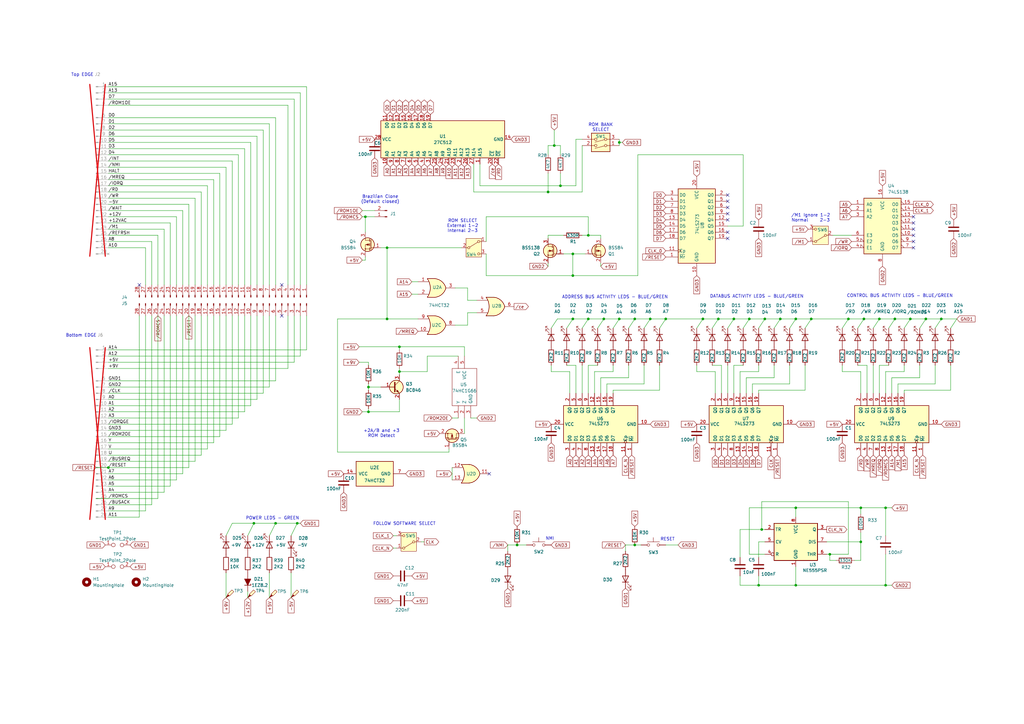
<source format=kicad_sch>
(kicad_sch (version 20250114) (generator "eeschema") (generator_version "9.0")
  (paper "A3")
  (title_block (title "STEAM CARD Pro") (date "2024-11-10") (rev "1.2"))
  (lib_symbols
    (symbol "74xx:74LS138" (pin_names (offset 1.016))
      (property "Reference" "U" (at -7.62 11.43 0))
      (property "Value" "74LS138" (at -7.62 -13.97 0))
      (symbol "74LS138_1_0"
        (pin input line (at -12.7 7.62 0) (length 5.08) (name "A0") (number "1"))
        (pin input line (at -12.7 5.08 0) (length 5.08) (name "A1") (number "2"))
        (pin input line (at -12.7 2.54 0) (length 5.08) (name "A2") (number "3"))
        (pin input line (at -12.7 -5.08 0) (length 5.08) (name "E3") (number "6"))
        (pin input input_low (at -12.7 -7.62 0) (length 5.08) (name "E2") (number "5"))
        (pin input input_low (at -12.7 -10.16 0) (length 5.08) (name "E1") (number "4"))
        (pin power_in line (at 0 15.24 270) (length 5.08) (name "VCC") (number "16"))
        (pin power_in line (at 0 -17.78 90) (length 5.08) (name "GND") (number "8"))
        (pin output output_low (at 12.7 7.62 180) (length 5.08) (name "O0") (number "15"))
        (pin output output_low (at 12.7 5.08 180) (length 5.08) (name "O1") (number "14"))
        (pin output output_low (at 12.7 2.54 180) (length 5.08) (name "O2") (number "13"))
        (pin output output_low (at 12.7 0 180) (length 5.08) (name "O3") (number "12"))
        (pin output output_low (at 12.7 -2.54 180) (length 5.08) (name "O4") (number "11"))
        (pin output output_low (at 12.7 -5.08 180) (length 5.08) (name "O5") (number "10"))
        (pin output output_low (at 12.7 -7.62 180) (length 5.08) (name "O6") (number "9"))
        (pin output output_low (at 12.7 -10.16 180) (length 5.08) (name "O7") (number "7"))
      )
    )
    (symbol "74xx:74LS273"
      (property "Reference" "U" (at -7.62 16.51 0))
      (property "Value" "74LS273" (at -7.62 -16.51 0))
      (symbol "74LS273_1_0"
        (pin input line (at -12.7 12.7 0) (length 5.08) (name "D0") (number "3"))
        (pin input line (at -12.7 10.16 0) (length 5.08) (name "D1") (number "4"))
        (pin input line (at -12.7 7.62 0) (length 5.08) (name "D2") (number "7"))
        (pin input line (at -12.7 5.08 0) (length 5.08) (name "D3") (number "8"))
        (pin input line (at -12.7 2.54 0) (length 5.08) (name "D4") (number "13"))
        (pin input line (at -12.7 0 0) (length 5.08) (name "D5") (number "14"))
        (pin input line (at -12.7 -2.54 0) (length 5.08) (name "D6") (number "17"))
        (pin input line (at -12.7 -5.08 0) (length 5.08) (name "D7") (number "18"))
        (pin input clock (at -12.7 -10.16 0) (length 5.08) (name "Cp") (number "11"))
        (pin input line (at -12.7 -12.7 0) (length 5.08) (name "~{Mr}") (number "1"))
        (pin power_in line (at 0 20.32 270) (length 5.08) (name "VCC") (number "20"))
        (pin power_in line (at 0 -20.32 90) (length 5.08) (name "GND") (number "10"))
        (pin output line (at 12.7 12.7 180) (length 5.08) (name "Q0") (number "2"))
        (pin output line (at 12.7 10.16 180) (length 5.08) (name "Q1") (number "5"))
        (pin output line (at 12.7 7.62 180) (length 5.08) (name "Q2") (number "6"))
        (pin output line (at 12.7 5.08 180) (length 5.08) (name "Q3") (number "9"))
        (pin output line (at 12.7 2.54 180) (length 5.08) (name "Q4") (number "12"))
        (pin output line (at 12.7 0 180) (length 5.08) (name "Q5") (number "15"))
        (pin output line (at 12.7 -2.54 180) (length 5.08) (name "Q6") (number "16"))
        (pin output line (at 12.7 -5.08 180) (length 5.08) (name "Q7") (number "19"))
      )
    )
    (symbol "74xx:74LS32" (pin_names (offset 1.016))
      (property "Reference" "U" (at 0 1.27 0))
      (property "Value" "74LS32" (at 0 -1.27 0))
      (symbol "74LS32_1_1"
        (pin input line (at -7.62 2.54 0) (length 4.318) (name "~") (number "1"))
        (pin input line (at -7.62 -2.54 0) (length 4.318) (name "~") (number "2"))
        (pin output line (at 7.62 0 180) (length 3.81) (name "~") (number "3"))
      )
      (symbol "74LS32_1_2"
        (pin input inverted (at -7.62 2.54 0) (length 3.81) (name "~") (number "1"))
        (pin input inverted (at -7.62 -2.54 0) (length 3.81) (name "~") (number "2"))
        (pin output inverted (at 7.62 0 180) (length 3.81) (name "~") (number "3"))
      )
      (symbol "74LS32_2_1"
        (pin input line (at -7.62 2.54 0) (length 4.318) (name "~") (number "4"))
        (pin input line (at -7.62 -2.54 0) (length 4.318) (name "~") (number "5"))
        (pin output line (at 7.62 0 180) (length 3.81) (name "~") (number "6"))
      )
      (symbol "74LS32_2_2"
        (pin input inverted (at -7.62 2.54 0) (length 3.81) (name "~") (number "4"))
        (pin input inverted (at -7.62 -2.54 0) (length 3.81) (name "~") (number "5"))
        (pin output inverted (at 7.62 0 180) (length 3.81) (name "~") (number "6"))
      )
      (symbol "74LS32_3_1"
        (pin input line (at -7.62 2.54 0) (length 4.318) (name "~") (number "9"))
        (pin input line (at -7.62 -2.54 0) (length 4.318) (name "~") (number "10"))
        (pin output line (at 7.62 0 180) (length 3.81) (name "~") (number "8"))
      )
      (symbol "74LS32_3_2"
        (pin input inverted (at -7.62 2.54 0) (length 3.81) (name "~") (number "9"))
        (pin input inverted (at -7.62 -2.54 0) (length 3.81) (name "~") (number "10"))
        (pin output inverted (at 7.62 0 180) (length 3.81) (name "~") (number "8"))
      )
      (symbol "74LS32_4_1"
        (pin input line (at -7.62 2.54 0) (length 4.318) (name "~") (number "12"))
        (pin input line (at -7.62 -2.54 0) (length 4.318) (name "~") (number "13"))
        (pin output line (at 7.62 0 180) (length 3.81) (name "~") (number "11"))
      )
      (symbol "74LS32_4_2"
        (pin input inverted (at -7.62 2.54 0) (length 3.81) (name "~") (number "12"))
        (pin input inverted (at -7.62 -2.54 0) (length 3.81) (name "~") (number "13"))
        (pin output inverted (at 7.62 0 180) (length 3.81) (name "~") (number "11"))
      )
      (symbol "74LS32_5_0"
        (pin power_in line (at 0 12.7 270) (length 5.08) (name "VCC") (number "14"))
        (pin power_in line (at 0 -12.7 90) (length 5.08) (name "GND") (number "7"))
      )
    )
    (symbol "Connector:Conn_01x02_Pin" (pin_names (offset 1.016) (hide yes))
      (property "Reference" "J" (at 0 2.54 0))
      (property "Value" "Conn_01x02_Pin" (at 0 -5.08 0))
      (symbol "Conn_01x02_Pin_1_1"
        (pin passive line (at 5.08 0 180) (length 3.81) (name "Pin_1") (number "1"))
        (pin passive line (at 5.08 -2.54 180) (length 3.81) (name "Pin_2") (number "2"))
      )
    )
    (symbol "Connector:Conn_01x28_Pin" (pin_names (offset 1.016) (hide yes))
      (property "Reference" "J" (at 0 35.56 0))
      (property "Value" "Conn_01x28_Pin" (at 0 -38.1 0))
      (symbol "Conn_01x28_Pin_1_1"
        (pin passive line (at 5.08 33.02 180) (length 3.81) (name "Pin_1") (number "1"))
        (pin passive line (at 5.08 30.48 180) (length 3.81) (name "Pin_2") (number "2"))
        (pin passive line (at 5.08 27.94 180) (length 3.81) (name "Pin_3") (number "3"))
        (pin passive line (at 5.08 25.4 180) (length 3.81) (name "Pin_4") (number "4"))
        (pin passive line (at 5.08 22.86 180) (length 3.81) (name "Pin_5") (number "5"))
        (pin passive line (at 5.08 20.32 180) (length 3.81) (name "Pin_6") (number "6"))
        (pin passive line (at 5.08 17.78 180) (length 3.81) (name "Pin_7") (number "7"))
        (pin passive line (at 5.08 15.24 180) (length 3.81) (name "Pin_8") (number "8"))
        (pin passive line (at 5.08 12.7 180) (length 3.81) (name "Pin_9") (number "9"))
        (pin passive line (at 5.08 10.16 180) (length 3.81) (name "Pin_10") (number "10"))
        (pin passive line (at 5.08 7.62 180) (length 3.81) (name "Pin_11") (number "11"))
        (pin passive line (at 5.08 5.08 180) (length 3.81) (name "Pin_12") (number "12"))
        (pin passive line (at 5.08 2.54 180) (length 3.81) (name "Pin_13") (number "13"))
        (pin passive line (at 5.08 0 180) (length 3.81) (name "Pin_14") (number "14"))
        (pin passive line (at 5.08 -2.54 180) (length 3.81) (name "Pin_15") (number "15"))
        (pin passive line (at 5.08 -5.08 180) (length 3.81) (name "Pin_16") (number "16"))
        (pin passive line (at 5.08 -7.62 180) (length 3.81) (name "Pin_17") (number "17"))
        (pin passive line (at 5.08 -10.16 180) (length 3.81) (name "Pin_18") (number "18"))
        (pin passive line (at 5.08 -12.7 180) (length 3.81) (name "Pin_19") (number "19"))
        (pin passive line (at 5.08 -15.24 180) (length 3.81) (name "Pin_20") (number "20"))
        (pin passive line (at 5.08 -17.78 180) (length 3.81) (name "Pin_21") (number "21"))
        (pin passive line (at 5.08 -20.32 180) (length 3.81) (name "Pin_22") (number "22"))
        (pin passive line (at 5.08 -22.86 180) (length 3.81) (name "Pin_23") (number "23"))
        (pin passive line (at 5.08 -25.4 180) (length 3.81) (name "Pin_24") (number "24"))
        (pin passive line (at 5.08 -27.94 180) (length 3.81) (name "Pin_25") (number "25"))
        (pin passive line (at 5.08 -30.48 180) (length 3.81) (name "Pin_26") (number "26"))
        (pin passive line (at 5.08 -33.02 180) (length 3.81) (name "Pin_27") (number "27"))
        (pin passive line (at 5.08 -35.56 180) (length 3.81) (name "Pin_28") (number "28"))
      )
    )
    (symbol "Connector:TestPoint_2Pole" (pin_names (offset 0.762) (hide yes))
      (property "Reference" "TP" (at 0 1.524 0))
      (property "Value" "TestPoint_2Pole" (at 0 -1.778 0))
      (symbol "TestPoint_2Pole_0_1"
        (pin passive line (at -5.08 0 0) (length 2.54) (name "1") (number "1"))
        (pin passive line (at 5.08 0 180) (length 2.54) (name "2") (number "2"))
      )
    )
    (symbol "Connector:TestPoint_Probe" (pin_numbers (hide yes)) (pin_names (offset 0.762) (hide yes))
      (property "Reference" "TP" (at 1.651 5.842 0))
      (property "Value" "TestPoint_Probe" (at 1.651 4.064 0))
      (symbol "TestPoint_Probe_1_1"
        (pin passive line (at 0 0 90) (length 0) (name "1") (number "1"))
      )
    )
    (symbol "Device:C" (pin_numbers (hide yes)) (pin_names (offset 0.254))
      (property "Reference" "C" (at 0.635 2.54 0))
      (property "Value" "C" (at 0.635 -2.54 0))
      (symbol "C_1_1"
        (pin passive line (at 0 3.81 270) (length 2.794) (name "~") (number "1"))
        (pin passive line (at 0 -3.81 90) (length 2.794) (name "~") (number "2"))
      )
    )
    (symbol "Device:LED" (pin_numbers (hide yes)) (pin_names (offset 1.016) (hide yes))
      (property "Reference" "D" (at 0 2.54 0))
      (property "Value" "LED" (at 0 -2.54 0))
      (symbol "LED_1_1"
        (pin passive line (at -3.81 0 0) (length 2.54) (name "K") (number "1"))
        (pin passive line (at 3.81 0 180) (length 2.54) (name "A") (number "2"))
      )
    )
    (symbol "Device:R" (pin_numbers (hide yes)) (pin_names (offset 0))
      (property "Reference" "R" (at 2.032 0 90))
      (property "Value" "R" (at 0 0 90))
      (symbol "R_1_1"
        (pin passive line (at 0 3.81 270) (length 1.27) (name "~") (number "1"))
        (pin passive line (at 0 -3.81 90) (length 1.27) (name "~") (number "2"))
      )
    )
    (symbol "Mechanical:MountingHole" (pin_names (offset 1.016)) (exclude_from_sim yes) (in_bom no)
      (property "Reference" "H" (at 0 5.08 0))
      (property "Value" "MountingHole" (at 0 3.175 0))
    )
    (symbol "Memory_EPROM:27C512"
      (property "Reference" "U" (at -7.62 26.67 0))
      (property "Value" "27C512" (at 2.54 -26.67 0))
      (symbol "27C512_1_1"
        (pin input line (at -10.16 22.86 0) (length 2.54) (name "A0") (number "10"))
        (pin input line (at -10.16 20.32 0) (length 2.54) (name "A1") (number "9"))
        (pin input line (at -10.16 17.78 0) (length 2.54) (name "A2") (number "8"))
        (pin input line (at -10.16 15.24 0) (length 2.54) (name "A3") (number "7"))
        (pin input line (at -10.16 12.7 0) (length 2.54) (name "A4") (number "6"))
        (pin input line (at -10.16 10.16 0) (length 2.54) (name "A5") (number "5"))
        (pin input line (at -10.16 7.62 0) (length 2.54) (name "A6") (number "4"))
        (pin input line (at -10.16 5.08 0) (length 2.54) (name "A7") (number "3"))
        (pin input line (at -10.16 2.54 0) (length 2.54) (name "A8") (number "25"))
        (pin input line (at -10.16 0 0) (length 2.54) (name "A9") (number "24"))
        (pin input line (at -10.16 -2.54 0) (length 2.54) (name "A10") (number "21"))
        (pin input line (at -10.16 -5.08 0) (length 2.54) (name "A11") (number "23"))
        (pin input line (at -10.16 -7.62 0) (length 2.54) (name "A12") (number "2"))
        (pin input line (at -10.16 -10.16 0) (length 2.54) (name "A13") (number "26"))
        (pin input line (at -10.16 -12.7 0) (length 2.54) (name "A14") (number "27"))
        (pin input line (at -10.16 -15.24 0) (length 2.54) (name "A15") (number "1"))
        (pin input line (at -10.16 -20.32 0) (length 2.54) (name "~{CE}") (number "20"))
        (pin input line (at -10.16 -22.86 0) (length 2.54) (name "~{OE}") (number "22"))
        (pin power_in line (at 0 27.94 270) (length 2.54) (name "VCC") (number "28"))
        (pin power_in line (at 0 -27.94 90) (length 2.54) (name "GND") (number "14"))
        (pin tri_state line (at 10.16 22.86 180) (length 2.54) (name "D0") (number "11"))
        (pin tri_state line (at 10.16 20.32 180) (length 2.54) (name "D1") (number "12"))
        (pin tri_state line (at 10.16 17.78 180) (length 2.54) (name "D2") (number "13"))
        (pin tri_state line (at 10.16 15.24 180) (length 2.54) (name "D3") (number "15"))
        (pin tri_state line (at 10.16 12.7 180) (length 2.54) (name "D4") (number "16"))
        (pin tri_state line (at 10.16 10.16 180) (length 2.54) (name "D5") (number "17"))
        (pin tri_state line (at 10.16 7.62 180) (length 2.54) (name "D6") (number "18"))
        (pin tri_state line (at 10.16 5.08 180) (length 2.54) (name "D7") (number "19"))
      )
    )
    (symbol "Mouser:74HC1G66GW,125" (pin_names (offset 0.762))
      (property "Reference" "IC" (at 21.59 7.62 0))
      (property "Value" "74HC1G66GW,125" (at 21.59 5.08 0))
      (symbol "74HC1G66GW,125_0_0"
        (pin passive line (at 0 0 0) (length 5.08) (name "Y") (number "1"))
        (pin passive line (at 0 -2.54 0) (length 5.08) (name "Z") (number "2"))
        (pin passive line (at 0 -5.08 0) (length 5.08) (name "GND") (number "3"))
        (pin passive line (at 25.4 0 180) (length 5.08) (name "E") (number "4"))
        (pin passive line (at 25.4 -2.54 180) (length 5.08) (name "VCC") (number "5"))
      )
    )
    (symbol "PCM_Diode_Zener_AKL:1EZ8.2" (pin_numbers (hide yes)) (pin_names (offset 1.016) (hide yes))
      (property "Reference" "DZ" (at 0 5.08 0))
      (property "Value" "1EZ8.2" (at 0 2.54 0))
      (symbol "1EZ8.2_1_1"
        (pin passive line (at -3.81 0 0) (length 2.54) (name "A") (number "2"))
        (pin passive line (at 3.81 0 180) (length 2.54) (name "K") (number "1"))
      )
    )
    (symbol "PCM_Transistor_BJT_AKL:BC846" (pin_names (hide yes))
      (property "Reference" "Q" (at 5.08 1.27 0))
      (property "Value" "BC846" (at 5.08 -1.27 0))
      (symbol "BC846_1_1"
        (pin input line (at -5.08 0 0) (length 5.715) (name "B") (number "1"))
        (pin passive line (at 2.54 5.08 270) (length 2.54) (name "C") (number "3"))
        (pin passive line (at 2.54 -5.08 90) (length 2.54) (name "E") (number "2"))
      )
    )
    (symbol "PCM_Transistor_MOSFET_AKL:BSS138" (pin_names (hide yes))
      (property "Reference" "Q" (at 5.08 1.27 0))
      (property "Value" "BSS138" (at 5.08 -1.27 0))
      (symbol "BSS138_1_1"
        (pin input line (at -3.81 -1.27 0) (length 2.54) (name "G") (number "1"))
        (pin passive line (at 2.54 5.08 270) (length 2.54) (name "D") (number "3"))
        (pin passive line (at 2.54 -5.08 90) (length 2.54) (name "S") (number "2"))
      )
    )
    (symbol "PCM_Transistor_MOSFET_AKL:BSS84" (pin_names (hide yes))
      (property "Reference" "Q" (at 5.08 1.27 0))
      (property "Value" "BSS84" (at 5.08 -1.27 0))
      (symbol "BSS84_1_1"
        (pin input line (at -3.81 1.27 0) (length 2.54) (name "G") (number "1"))
        (pin passive line (at 2.54 5.08 270) (length 2.54) (name "S") (number "2"))
        (pin passive line (at 2.54 -5.08 90) (length 2.54) (name "D") (number "3"))
      )
    )
    (symbol "Retro:Spectrum_Edge_Conn_TOP" (pin_names (offset 1.016) (hide yes))
      (property "Reference" "J1" (at 0.635 38.1 0))
      (symbol "Spectrum_Edge_Conn_TOP_1_1"
        (pin bidirectional line (at 5.08 33.02 180) (length 3.81) (name "A15") (number "1"))
        (pin bidirectional line (at 5.08 30.48 180) (length 3.81) (name "A13") (number "2"))
        (pin bidirectional line (at 5.08 27.94 180) (length 3.81) (name "D7") (number "3"))
        (pin passive line (at 5.08 25.4 180) (length 3.81) (name "ROM2OE") (number "4"))
        (pin bidirectional line (at 5.08 20.32 180) (length 3.81) (name "D0") (number "6"))
        (pin bidirectional line (at 5.08 17.78 180) (length 3.81) (name "D1") (number "7"))
        (pin bidirectional line (at 5.08 15.24 180) (length 3.81) (name "D2") (number "8"))
        (pin bidirectional line (at 5.08 12.7 180) (length 3.81) (name "D6") (number "9"))
        (pin bidirectional line (at 5.08 10.16 180) (length 3.81) (name "D5") (number "10"))
        (pin bidirectional line (at 5.08 7.62 180) (length 3.81) (name "D3") (number "11"))
        (pin bidirectional line (at 5.08 5.08 180) (length 3.81) (name "D4") (number "12"))
        (pin bidirectional line (at 5.08 2.54 180) (length 3.81) (name "/INT") (number "13"))
        (pin bidirectional line (at 5.08 0 180) (length 3.81) (name "/NMI") (number "14"))
        (pin bidirectional line (at 5.08 -2.54 180) (length 3.81) (name "HALT") (number "15"))
        (pin bidirectional line (at 5.08 -5.08 180) (length 3.81) (name "/MREQ") (number "16"))
        (pin bidirectional line (at 5.08 -7.62 180) (length 3.81) (name "/IORQ") (number "17"))
        (pin bidirectional line (at 5.08 -10.16 180) (length 3.81) (name "/RD") (number "18"))
        (pin bidirectional line (at 5.08 -12.7 180) (length 3.81) (name "/WR") (number "19"))
        (pin power_in line (at 5.08 -15.24 180) (length 3.81) (name "-5V") (number "20"))
        (pin bidirectional line (at 5.08 -17.78 180) (length 3.81) (name "/WAIT") (number "21"))
        (pin power_in line (at 5.08 -20.32 180) (length 3.81) (name "+12V") (number "22"))
        (pin power_in line (at 5.08 -22.86 180) (length 3.81) (name "+12VAC") (number "23"))
        (pin passive line (at 5.08 -25.4 180) (length 3.81) (name "/M1") (number "24"))
        (pin passive line (at 5.08 -27.94 180) (length 3.81) (name "/REFRSH") (number "25"))
        (pin bidirectional line (at 5.08 -30.48 180) (length 3.81) (name "A8") (number "26"))
        (pin bidirectional line (at 5.08 -33.02 180) (length 3.81) (name "A10") (number "27"))
        (pin no_connect line (at 5.08 -35.56 180) (length 3.81) (name "N/C") (number "28"))
      )
    )
    (symbol "Retro:Spectrum_Edge_Top" (pin_names (offset 1.016) (hide yes))
      (property "Reference" "J5" (at 8.128 38.1 0))
      (symbol "Spectrum_Edge_Top_1_1"
        (pin bidirectional line (at 5.08 33.02 180) (length 3.81) (name "A14") (number "1"))
        (pin bidirectional line (at 5.08 30.48 180) (length 3.81) (name "A12") (number "2"))
        (pin power_out line (at 5.08 27.94 180) (length 3.81) (name "+5V") (number "3"))
        (pin power_out line (at 5.08 25.4 180) (length 3.81) (name "+9V") (number "4"))
        (pin power_out line (at 5.08 20.32 180) (length 3.81) (name "GND1") (number "6"))
        (pin power_out line (at 5.08 17.78 180) (length 3.81) (name "GND2") (number "7"))
        (pin bidirectional line (at 5.08 15.24 180) (length 3.81) (name "/CLK") (number "8"))
        (pin bidirectional line (at 5.08 12.7 180) (length 3.81) (name "A0") (number "9"))
        (pin bidirectional line (at 5.08 10.16 180) (length 3.81) (name "A1") (number "10"))
        (pin bidirectional line (at 5.08 7.62 180) (length 3.81) (name "A2") (number "11"))
        (pin bidirectional line (at 5.08 5.08 180) (length 3.81) (name "A3") (number "12"))
        (pin bidirectional line (at 5.08 2.54 180) (length 3.81) (name "/IORQGE") (number "13"))
        (pin power_out line (at 5.08 0 180) (length 3.81) (name "GND3") (number "14"))
        (pin output line (at 5.08 -2.54 180) (length 3.81) (name "VID") (number "15"))
        (pin output line (at 5.08 -5.08 180) (length 3.81) (name "Y") (number "16"))
        (pin output line (at 5.08 -7.62 180) (length 3.81) (name "V") (number "17"))
        (pin output line (at 5.08 -10.16 180) (length 3.81) (name "U") (number "18"))
        (pin bidirectional line (at 5.08 -12.7 180) (length 3.81) (name "/BUSREQ") (number "19"))
        (pin passive line (at 5.08 -15.24 180) (length 3.81) (name "/RESET") (number "20"))
        (pin bidirectional line (at 5.08 -17.78 180) (length 3.81) (name "A7") (number "21"))
        (pin bidirectional line (at 5.08 -20.32 180) (length 3.81) (name "A6") (number "22"))
        (pin bidirectional line (at 5.08 -22.86 180) (length 3.81) (name "A5") (number "23"))
        (pin bidirectional line (at 5.08 -25.4 180) (length 3.81) (name "A4") (number "24"))
        (pin bidirectional line (at 5.08 -27.94 180) (length 3.81) (name "/ROMCS") (number "25"))
        (pin bidirectional line (at 5.08 -30.48 180) (length 3.81) (name "/BUSACK") (number "26"))
        (pin bidirectional line (at 5.08 -33.02 180) (length 3.81) (name "A9") (number "27"))
        (pin passive line (at 5.08 -35.56 180) (length 3.81) (name "A11") (number "28"))
      )
    )
    (symbol "Switch:SW_DIP_x02" (pin_names (offset 0) (hide yes))
      (property "Reference" "SW1" (at 0.508 -4.064 0))
      (symbol "SW_DIP_x02_1_1"
        (pin passive line (at -7.62 2.54 0) (length 5.08) (name "~") (number "1"))
        (pin passive line (at -7.62 0 0) (length 5.08) (name "~") (number "3"))
        (pin passive line (at 7.62 2.54 180) (length 5.08) (name "~") (number "2"))
        (pin passive line (at 7.62 0 180) (length 5.08) (name "~") (number "4"))
      )
    )
    (symbol "Switch:SW_Push" (pin_numbers (hide yes)) (pin_names (offset 1.016) (hide yes))
      (property "Reference" "SW" (at 1.27 2.54 0))
      (property "Value" "SW_Push" (at 0 -1.524 0))
      (symbol "SW_Push_0_1"
        (pin passive line (at -5.08 0 0) (length 2.54) (name "1") (number "1"))
        (pin passive line (at 5.08 0 180) (length 2.54) (name "2") (number "2"))
      )
    )
    (symbol "Switch:SW_SPDT" (pin_names (offset 0) (hide yes))
      (property "Reference" "SW" (at 0 5.08 0))
      (property "Value" "SW_SPDT" (at 0 -5.08 0))
      (symbol "SW_SPDT_1_1"
        (pin passive line (at -5.08 0 0) (length 2.54) (name "B") (number "2"))
        (pin passive line (at 5.08 2.54 180) (length 2.54) (name "A") (number "1"))
        (pin passive line (at 5.08 -2.54 180) (length 2.54) (name "C") (number "3"))
      )
    )
    (symbol "Timer:ICM7555xP"
      (property "Reference" "U" (at -10.16 8.89 0))
      (property "Value" "ICM7555xP" (at 2.54 8.89 0))
      (symbol "ICM7555xP_0_0"
        (pin power_in line (at 0 10.16 270) (length 2.54) (name "VCC") (number "8"))
        (pin power_in line (at 0 -10.16 90) (length 2.54) (name "GND") (number "1"))
      )
      (symbol "ICM7555xP_1_1"
        (pin input line (at -12.7 5.08 0) (length 3.81) (name "TR") (number "2"))
        (pin input line (at -12.7 0 0) (length 3.81) (name "CV") (number "5"))
        (pin input inverted (at -12.7 -5.08 0) (length 3.81) (name "R") (number "4"))
        (pin output line (at 12.7 5.08 180) (length 3.81) (name "Q") (number "3"))
        (pin input line (at 12.7 0 180) (length 3.81) (name "DIS") (number "7"))
        (pin input line (at 12.7 -5.08 180) (length 3.81) (name "THR") (number "6"))
      )
    )
  )
  (text "+2A/B and +3\nROM Detect" (at 156.464 177.8 0) (effects (font (size 1.27 1.27))))
  (text "CONTROL BUS ACTIVITY LEDS - BLUE/GREEN\n" (at 369.062 121.412 0) (effects (font (size 1.27 1.27))))
  (text "Bottom EDGE" (at 33.274 137.668 0) (effects (font (size 1.27 1.27))))
  (text "POWER LEDS - GREEN" (at 111.76 212.598 0) (effects (font (size 1.27 1.27))))
  (text "Top EDGE" (at 33.782 30.734 0) (effects (font (size 1.27 1.27))))
  (text "Brazilian Clone\n(Default closed)" (at 155.956 81.788 0) (effects (font (size 1.27 1.27))))
  (text "NMI" (at 225.552 220.98 0) (effects (font (size 1.27 1.27))))
  (text "RESET" (at 273.812 221.234 0) (effects (font (size 1.27 1.27))))
  (text "FOLLOW SOFTWARE SELECT" (at 165.862 214.884 0) (effects (font (size 1.27 1.27))))
  (text "ROM SELECT\nExternal 1-2\nInternal 2-3" (at 189.738 92.71 0) (effects (font (size 1.27 1.27))))
  (text "ROM BANK\nSELECT" (at 246.38 52.324 0) (effects (font (size 1.27 1.27))))
  (text "ADDRESS BUS ACTIVITY LEDS - BLUE/GREEN\n" (at 252.222 121.92 0) (effects (font (size 1.27 1.27))))
  (text "DATABUS ACTIVITY LEDS - BLUE/GREEN\n" (at 310.388 121.666 0) (effects (font (size 1.27 1.27))))
  (text "/M1 Ignore 1-2\nNormal     2-3" (at 332.486 89.408 0) (effects (font (size 1.27 1.27))))
  (junction (at 288.29 130.81))
  (junction (at 353.06 222.25))
  (junction (at 300.99 130.81))
  (junction (at 353.06 208.28))
  (junction (at 247.65 130.81))
  (junction (at 234.95 130.81))
  (junction (at 113.03 214.63))
  (junction (at 163.83 142.24))
  (junction (at 254 130.81))
  (junction (at 260.35 223.52))
  (junction (at 234.95 104.14))
  (junction (at 367.03 130.81))
  (junction (at 332.74 130.81))
  (junction (at 340.36 227.33))
  (junction (at 234.95 113.03))
  (junction (at 354.33 130.81))
  (junction (at 347.98 130.81))
  (junction (at 158.75 101.6))
  (junction (at 326.39 130.81))
  (junction (at 158.75 130.81))
  (junction (at 273.05 130.81))
  (junction (at 241.3 96.52))
  (junction (at 312.42 217.17))
  (junction (at 224.79 78.74))
  (junction (at 149.86 88.9))
  (junction (at 241.3 130.81))
  (junction (at 266.7 130.81))
  (junction (at 227.33 59.69))
  (junction (at 363.22 240.03))
  (junction (at 320.04 130.81))
  (junction (at 260.35 130.81))
  (junction (at 294.64 130.81))
  (junction (at 229.87 76.2))
  (junction (at 44.45 191.77))
  (junction (at 307.34 130.81))
  (junction (at 254 58.42))
  (junction (at 212.09 223.52))
  (junction (at 326.39 240.03))
  (junction (at 163.83 152.4))
  (junction (at 313.69 130.81))
  (junction (at 121.92 214.63))
  (junction (at 326.39 208.28))
  (junction (at 360.68 130.81))
  (junction (at 104.14 214.63))
  (junction (at 373.38 130.81))
  (junction (at 151.13 158.75))
  (junction (at 311.15 240.03))
  (junction (at 379.73 130.81))
  (junction (at 363.22 208.28))
  (junction (at 386.08 130.81))
  (junction (at 151.13 168.91))
  (no_connect (at 298.45 97.79))
  (no_connect (at 374.65 99.06))
  (no_connect (at 115.57 129.54))
  (no_connect (at 374.65 101.6))
  (no_connect (at 57.15 116.84))
  (no_connect (at 374.65 93.98))
  (no_connect (at 298.45 82.55))
  (no_connect (at 374.65 88.9))
  (no_connect (at 115.57 116.84))
  (no_connect (at 298.45 90.17))
  (no_connect (at 298.45 95.25))
  (no_connect (at 200.66 194.31))
  (no_connect (at 298.45 87.63))
  (no_connect (at 374.65 91.44))
  (no_connect (at 374.65 96.52))
  (no_connect (at 298.45 80.01))
  (no_connect (at 298.45 85.09))
  (wire (pts (xy 353.06 208.28) (xy 363.22 208.28)))
  (wire (pts (xy 300.99 130.81) (xy 298.45 134.62)))
  (wire (pts (xy 44.45 86.36) (xy 74.93 86.36)))
  (wire (pts (xy 80.01 189.23) (xy 80.01 129.54)))
  (wire (pts (xy 311.15 160.02) (xy 311.15 161.29)))
  (wire (pts (xy 173.99 222.25) (xy 172.72 222.25)))
  (wire (pts (xy 163.83 152.4) (xy 163.83 153.67)))
  (wire (pts (xy 62.23 99.06) (xy 62.23 116.84)))
  (wire (pts (xy 191.77 118.11) (xy 191.77 123.19)))
  (wire (pts (xy 186.69 118.11) (xy 191.77 118.11)))
  (wire (pts (xy 59.69 101.6) (xy 44.45 101.6)))
  (wire (pts (xy 199.39 113.03) (xy 234.95 113.03)))
  (wire (pts (xy 100.33 129.54) (xy 100.33 168.91)))
  (wire (pts (xy 44.45 91.44) (xy 69.85 91.44)))
  (wire (pts (xy 379.73 130.81) (xy 377.19 134.62)))
  (wire (pts (xy 44.45 189.23) (xy 80.01 189.23)))
  (wire (pts (xy 44.45 73.66) (xy 87.63 73.66)))
  (wire (pts (xy 363.22 208.28) (xy 365.76 208.28)))
  (wire (pts (xy 44.45 173.99) (xy 95.25 173.99)))
  (wire (pts (xy 311.15 240.03) (xy 311.15 236.22)))
  (wire (pts (xy 156.21 158.75) (xy 151.13 158.75)))
  (wire (pts (xy 44.45 50.8) (xy 110.49 50.8)))
  (wire (pts (xy 224.79 96.52) (xy 224.79 97.79)))
  (wire (pts (xy 251.46 160.02) (xy 270.51 160.02)))
  (wire (pts (xy 158.75 101.6) (xy 158.75 130.81)))
  (wire (pts (xy 44.45 58.42) (xy 102.87 58.42)))
  (wire (pts (xy 300.99 149.86) (xy 304.8 149.86)))
  (wire (pts (xy 224.79 59.69) (xy 227.33 59.69)))
  (wire (pts (xy 44.45 88.9) (xy 72.39 88.9)))
  (wire (pts (xy 147.32 142.24) (xy 163.83 142.24)))
  (wire (pts (xy 270.51 149.86) (xy 270.51 160.02)))
  (wire (pts (xy 153.67 88.9) (xy 149.86 88.9)))
  (wire (pts (xy 311.15 222.25) (xy 311.15 228.6)))
  (wire (pts (xy 110.49 129.54) (xy 110.49 158.75)))
  (wire (pts (xy 229.87 71.12) (xy 229.87 76.2)))
  (wire (pts (xy 320.04 130.81) (xy 317.5 134.62)))
  (wire (pts (xy 261.62 63.5) (xy 304.8 63.5)))
  (wire (pts (xy 320.04 130.81) (xy 326.39 130.81)))
  (wire (pts (xy 313.69 217.17) (xy 312.42 217.17)))
  (wire (pts (xy 227.33 53.34) (xy 227.33 59.69)))
  (wire (pts (xy 373.38 130.81) (xy 379.73 130.81)))
  (wire (pts (xy 190.5 142.24) (xy 190.5 146.05)))
  (wire (pts (xy 236.22 57.15) (xy 236.22 76.2)))
  (wire (pts (xy 95.25 214.63) (xy 104.14 214.63)))
  (wire (pts (xy 44.45 78.74) (xy 82.55 78.74)))
  (wire (pts (xy 254 58.42) (xy 254 59.69)))
  (wire (pts (xy 102.87 166.37) (xy 102.87 129.54)))
  (wire (pts (xy 105.41 55.88) (xy 105.41 116.84)))
  (wire (pts (xy 67.31 129.54) (xy 67.31 201.93)))
  (wire (pts (xy 367.03 130.81) (xy 373.38 130.81)))
  (wire (pts (xy 306.07 154.94) (xy 306.07 161.29)))
  (wire (pts (xy 295.91 149.86) (xy 295.91 161.29)))
  (wire (pts (xy 306.07 154.94) (xy 317.5 154.94)))
  (wire (pts (xy 149.86 88.9) (xy 149.86 95.25)))
  (wire (pts (xy 123.19 38.1) (xy 44.45 38.1)))
  (wire (pts (xy 323.85 149.86) (xy 323.85 157.48)))
  (wire (pts (xy 44.45 156.21) (xy 113.03 156.21)))
  (wire (pts (xy 82.55 116.84) (xy 82.55 78.74)))
  (wire (pts (xy 257.81 149.86) (xy 257.81 154.94)))
  (wire (pts (xy 44.45 55.88) (xy 105.41 55.88)))
  (wire (pts (xy 163.83 151.13) (xy 163.83 152.4)))
  (wire (pts (xy 332.74 130.81) (xy 347.98 130.81)))
  (wire (pts (xy 80.01 116.84) (xy 80.01 81.28)))
  (wire (pts (xy 59.69 129.54) (xy 59.69 209.55)))
  (wire (pts (xy 151.13 158.75) (xy 151.13 160.02)))
  (wire (pts (xy 92.71 176.53) (xy 92.71 129.54)))
  (wire (pts (xy 312.42 217.17) (xy 303.53 217.17)))
  (wire (pts (xy 191.77 128.27) (xy 191.77 133.35)))
  (wire (pts (xy 74.93 194.31) (xy 74.93 129.54)))
  (wire (pts (xy 300.99 130.81) (xy 307.34 130.81)))
  (wire (pts (xy 312.42 205.74) (xy 312.42 217.17)))
  (wire (pts (xy 358.14 149.86) (xy 358.14 161.29)))
  (wire (pts (xy 298.45 92.71) (xy 304.8 92.71)))
  (wire (pts (xy 383.54 157.48) (xy 383.54 149.86)))
  (wire (pts (xy 317.5 149.86) (xy 317.5 154.94)))
  (wire (pts (xy 64.77 204.47) (xy 64.77 129.54)))
  (wire (pts (xy 307.34 130.81) (xy 313.69 130.81)))
  (wire (pts (xy 161.29 219.71) (xy 162.56 219.71)))
  (wire (pts (xy 44.45 184.15) (xy 85.09 184.15)))
  (wire (pts (xy 199.39 104.14) (xy 199.39 113.03)))
  (wire (pts (xy 254 130.81) (xy 251.46 134.62)))
  (wire (pts (xy 285.75 152.4) (xy 293.37 152.4)))
  (wire (pts (xy 44.45 35.56) (xy 125.73 35.56)))
  (wire (pts (xy 307.34 227.33) (xy 307.34 208.28)))
  (wire (pts (xy 241.3 96.52) (xy 246.38 96.52)))
  (wire (pts (xy 241.3 130.81) (xy 247.65 130.81)))
  (wire (pts (xy 288.29 130.81) (xy 294.64 130.81)))
  (wire (pts (xy 347.98 205.74) (xy 312.42 205.74)))
  (wire (pts (xy 251.46 160.02) (xy 251.46 161.29)))
  (wire (pts (xy 148.59 86.36) (xy 153.67 86.36)))
  (wire (pts (xy 332.74 130.81) (xy 330.2 134.62)))
  (wire (pts (xy 386.08 130.81) (xy 392.43 130.81)))
  (wire (pts (xy 248.92 157.48) (xy 264.16 157.48)))
  (wire (pts (xy 125.73 35.56) (xy 125.73 116.84)))
  (wire (pts (xy 340.36 229.87) (xy 342.9 229.87)))
  (wire (pts (xy 386.08 130.81) (xy 383.54 134.62)))
  (wire (pts (xy 363.22 161.29) (xy 363.22 152.4)))
  (wire (pts (xy 303.53 217.17) (xy 303.53 228.6)))
  (wire (pts (xy 254 130.81) (xy 260.35 130.81)))
  (wire (pts (xy 107.95 53.34) (xy 107.95 116.84)))
  (wire (pts (xy 256.54 223.52) (xy 256.54 226.06)))
  (wire (pts (xy 304.8 63.5) (xy 304.8 92.71)))
  (wire (pts (xy 44.45 179.07) (xy 90.17 179.07)))
  (wire (pts (xy 44.45 191.77) (xy 77.47 191.77)))
  (wire (pts (xy 120.65 40.64) (xy 120.65 116.84)))
  (wire (pts (xy 102.87 116.84) (xy 102.87 58.42)))
  (wire (pts (xy 72.39 116.84) (xy 72.39 88.9)))
  (wire (pts (xy 44.45 71.12) (xy 90.17 71.12)))
  (wire (pts (xy 347.98 205.74) (xy 347.98 227.33)))
  (wire (pts (xy 151.13 157.48) (xy 151.13 158.75)))
  (wire (pts (xy 256.54 223.52) (xy 260.35 223.52)))
  (wire (pts (xy 44.45 40.64) (xy 120.65 40.64)))
  (wire (pts (xy 339.09 227.33) (xy 340.36 227.33)))
  (wire (pts (xy 44.45 194.31) (xy 74.93 194.31)))
  (wire (pts (xy 260.35 130.81) (xy 266.7 130.81)))
  (wire (pts (xy 77.47 129.54) (xy 77.47 191.77)))
  (wire (pts (xy 227.33 59.69) (xy 229.87 59.69)))
  (wire (pts (xy 248.92 157.48) (xy 248.92 161.29)))
  (wire (pts (xy 119.38 234.95) (xy 119.38 245.11)))
  (wire (pts (xy 44.45 176.53) (xy 92.71 176.53)))
  (wire (pts (xy 243.84 152.4) (xy 251.46 152.4)))
  (wire (pts (xy 121.92 214.63) (xy 123.19 214.63)))
  (wire (pts (xy 247.65 130.81) (xy 254 130.81)))
  (wire (pts (xy 365.76 161.29) (xy 365.76 154.94)))
  (wire (pts (xy 377.19 154.94) (xy 377.19 149.86)))
  (wire (pts (xy 191.77 123.19) (xy 195.58 123.19)))
  (wire (pts (xy 254 57.15) (xy 254 58.42)))
  (wire (pts (xy 231.14 104.14) (xy 234.95 104.14)))
  (wire (pts (xy 370.84 161.29) (xy 370.84 160.02)))
  (wire (pts (xy 392.43 130.81) (xy 389.89 134.62)))
  (wire (pts (xy 307.34 208.28) (xy 326.39 208.28)))
  (wire (pts (xy 105.41 129.54) (xy 105.41 163.83)))
  (wire (pts (xy 44.45 93.98) (xy 67.31 93.98)))
  (wire (pts (xy 163.83 152.4) (xy 175.26 152.4)))
  (wire (pts (xy 44.45 209.55) (xy 59.69 209.55)))
  (wire (pts (xy 104.14 214.63) (xy 113.03 214.63)))
  (wire (pts (xy 354.33 130.81) (xy 351.79 134.62)))
  (wire (pts (xy 158.75 101.6) (xy 189.23 101.6)))
  (wire (pts (xy 123.19 116.84) (xy 123.19 38.1)))
  (wire (pts (xy 44.45 186.69) (xy 82.55 186.69)))
  (wire (pts (xy 199.39 88.9) (xy 241.3 88.9)))
  (wire (pts (xy 39.37 204.47) (xy 64.77 204.47)))
  (wire (pts (xy 113.03 156.21) (xy 113.03 129.54)))
  (wire (pts (xy 236.22 57.15) (xy 238.76 57.15)))
  (wire (pts (xy 100.33 60.96) (xy 100.33 116.84)))
  (wire (pts (xy 121.92 214.63) (xy 119.38 219.71)))
  (wire (pts (xy 363.22 219.71) (xy 363.22 208.28)))
  (wire (pts (xy 194.31 67.31) (xy 194.31 78.74)))
  (wire (pts (xy 246.38 96.52) (xy 246.38 97.79)))
  (wire (pts (xy 77.47 116.84) (xy 77.47 83.82)))
  (wire (pts (xy 355.6 149.86) (xy 351.79 149.86)))
  (wire (pts (xy 339.09 222.25) (xy 353.06 222.25)))
  (wire (pts (xy 353.06 152.4) (xy 345.44 152.4)))
  (wire (pts (xy 175.26 146.05) (xy 187.96 146.05)))
  (wire (pts (xy 353.06 210.82) (xy 353.06 208.28)))
  (wire (pts (xy 273.05 130.81) (xy 288.29 130.81)))
  (wire (pts (xy 87.63 116.84) (xy 87.63 73.66)))
  (wire (pts (xy 224.79 78.74) (xy 238.76 78.74)))
  (wire (pts (xy 90.17 179.07) (xy 90.17 129.54)))
  (wire (pts (xy 326.39 130.81) (xy 323.85 134.62)))
  (wire (pts (xy 44.45 60.96) (xy 100.33 60.96)))
  (wire (pts (xy 326.39 130.81) (xy 332.74 130.81)))
  (wire (pts (xy 149.86 105.41) (xy 149.86 106.68)))
  (wire (pts (xy 196.85 67.31) (xy 196.85 76.2)))
  (wire (pts (xy 69.85 91.44) (xy 69.85 116.84)))
  (wire (pts (xy 353.06 161.29) (xy 353.06 152.4)))
  (wire (pts (xy 360.68 130.81) (xy 358.14 134.62)))
  (wire (pts (xy 212.09 223.52) (xy 215.9 223.52)))
  (wire (pts (xy 234.95 113.03) (xy 261.62 113.03)))
  (wire (pts (xy 350.52 229.87) (xy 353.06 229.87)))
  (wire (pts (xy 266.7 130.81) (xy 264.16 134.62)))
  (wire (pts (xy 243.84 152.4) (xy 243.84 161.29)))
  (wire (pts (xy 151.13 148.59) (xy 151.13 149.86)))
  (wire (pts (xy 62.23 207.01) (xy 62.23 129.54)))
  (wire (pts (xy 39.37 191.77) (xy 44.45 191.77)))
  (wire (pts (xy 87.63 129.54) (xy 87.63 181.61)))
  (wire (pts (xy 97.79 116.84) (xy 97.79 63.5)))
  (wire (pts (xy 118.11 43.18) (xy 118.11 116.84)))
  (wire (pts (xy 234.95 104.14) (xy 240.03 104.14)))
  (wire (pts (xy 72.39 129.54) (xy 72.39 196.85)))
  (wire (pts (xy 85.09 184.15) (xy 85.09 129.54)))
  (wire (pts (xy 292.1 149.86) (xy 295.91 149.86)))
  (wire (pts (xy 92.71 234.95) (xy 92.71 245.11)))
  (wire (pts (xy 208.28 223.52) (xy 208.28 226.06)))
  (wire (pts (xy 303.53 240.03) (xy 303.53 236.22)))
  (wire (pts (xy 113.03 214.63) (xy 110.49 219.71)))
  (wire (pts (xy 254 58.42) (xy 255.27 58.42)))
  (wire (pts (xy 226.06 152.4) (xy 233.68 152.4)))
  (wire (pts (xy 303.53 152.4) (xy 311.15 152.4)))
  (wire (pts (xy 194.31 78.74) (xy 224.79 78.74)))
  (wire (pts (xy 354.33 130.81) (xy 360.68 130.81)))
  (wire (pts (xy 293.37 152.4) (xy 293.37 161.29)))
  (wire (pts (xy 313.69 222.25) (xy 311.15 222.25)))
  (wire (pts (xy 195.58 171.45) (xy 193.04 171.45)))
  (wire (pts (xy 59.69 116.84) (xy 59.69 101.6)))
  (wire (pts (xy 110.49 234.95) (xy 110.49 245.11)))
  (wire (pts (xy 229.87 59.69) (xy 229.87 63.5)))
  (wire (pts (xy 44.45 68.58) (xy 92.71 68.58)))
  (wire (pts (xy 234.95 130.81) (xy 232.41 134.62)))
  (wire (pts (xy 44.45 181.61) (xy 87.63 181.61)))
  (wire (pts (xy 313.69 130.81) (xy 320.04 130.81)))
  (wire (pts (xy 95.25 214.63) (xy 92.71 219.71)))
  (wire (pts (xy 44.45 151.13) (xy 118.11 151.13)))
  (wire (pts (xy 311.15 160.02) (xy 330.2 160.02)))
  (wire (pts (xy 44.45 212.09) (xy 57.15 212.09)))
  (wire (pts (xy 238.76 59.69) (xy 238.76 78.74)))
  (wire (pts (xy 113.03 48.26) (xy 44.45 48.26)))
  (wire (pts (xy 123.19 146.05) (xy 123.19 129.54)))
  (wire (pts (xy 326.39 208.28) (xy 326.39 212.09)))
  (wire (pts (xy 185.42 191.77) (xy 185.42 196.85)))
  (wire (pts (xy 44.45 81.28) (xy 80.01 81.28)))
  (wire (pts (xy 95.25 66.04) (xy 95.25 116.84)))
  (wire (pts (xy 370.84 160.02) (xy 389.89 160.02)))
  (wire (pts (xy 246.38 107.95) (xy 246.38 109.22)))
  (wire (pts (xy 298.45 149.86) (xy 298.45 161.29)))
  (wire (pts (xy 151.13 168.91) (xy 163.83 168.91)))
  (wire (pts (xy 347.98 130.81) (xy 354.33 130.81)))
  (wire (pts (xy 233.68 152.4) (xy 233.68 161.29)))
  (wire (pts (xy 158.75 130.81) (xy 171.45 130.81)))
  (wire (pts (xy 363.22 227.33) (xy 363.22 240.03)))
  (wire (pts (xy 232.41 149.86) (xy 236.22 149.86)))
  (wire (pts (xy 288.29 130.81) (xy 285.75 134.62)))
  (wire (pts (xy 168.91 120.65) (xy 171.45 120.65)))
  (wire (pts (xy 82.55 129.54) (xy 82.55 186.69)))
  (wire (pts (xy 74.93 86.36) (xy 74.93 116.84)))
  (wire (pts (xy 208.28 240.03) (xy 208.28 241.3)))
  (wire (pts (xy 294.64 130.81) (xy 292.1 134.62)))
  (wire (pts (xy 241.3 149.86) (xy 241.3 161.29)))
  (wire (pts (xy 44.45 207.01) (xy 62.23 207.01)))
  (wire (pts (xy 313.69 130.81) (xy 311.15 134.62)))
  (wire (pts (xy 326.39 208.28) (xy 353.06 208.28)))
  (wire (pts (xy 353.06 218.44) (xy 353.06 222.25)))
  (wire (pts (xy 121.92 214.63) (xy 113.03 214.63)))
  (wire (pts (xy 138.43 130.81) (xy 158.75 130.81)))
  (wire (pts (xy 90.17 116.84) (xy 90.17 71.12)))
  (wire (pts (xy 97.79 63.5) (xy 44.45 63.5)))
  (wire (pts (xy 186.69 133.35) (xy 191.77 133.35)))
  (wire (pts (xy 199.39 88.9) (xy 199.39 99.06)))
  (wire (pts (xy 191.77 128.27) (xy 195.58 128.27)))
  (wire (pts (xy 345.44 152.4) (xy 345.44 149.86)))
  (wire (pts (xy 44.45 171.45) (xy 97.79 171.45)))
  (wire (pts (xy 326.39 232.41) (xy 326.39 240.03)))
  (wire (pts (xy 229.87 76.2) (xy 236.22 76.2)))
  (wire (pts (xy 44.45 163.83) (xy 105.41 163.83)))
  (wire (pts (xy 389.89 160.02) (xy 389.89 149.86)))
  (wire (pts (xy 355.6 161.29) (xy 355.6 149.86)))
  (wire (pts (xy 97.79 171.45) (xy 97.79 129.54)))
  (wire (pts (xy 44.45 166.37) (xy 102.87 166.37)))
  (wire (pts (xy 234.95 130.81) (xy 241.3 130.81)))
  (wire (pts (xy 311.15 149.86) (xy 311.15 152.4)))
  (wire (pts (xy 190.5 171.45) (xy 190.5 177.8)))
  (wire (pts (xy 241.3 149.86) (xy 245.11 149.86)))
  (wire (pts (xy 44.45 76.2) (xy 85.09 76.2)))
  (wire (pts (xy 363.22 240.03) (xy 365.76 240.03)))
  (wire (pts (xy 44.45 143.51) (xy 125.73 143.51)))
  (wire (pts (xy 184.15 184.15) (xy 184.15 185.42)))
  (wire (pts (xy 168.91 115.57) (xy 171.45 115.57)))
  (wire (pts (xy 360.68 130.81) (xy 367.03 130.81)))
  (wire (pts (xy 278.13 223.52) (xy 273.05 223.52)))
  (wire (pts (xy 138.43 185.42) (xy 138.43 130.81)))
  (wire (pts (xy 163.83 142.24) (xy 190.5 142.24)))
  (wire (pts (xy 373.38 130.81) (xy 370.84 134.62)))
  (wire (pts (xy 228.6 130.81) (xy 226.06 134.62)))
  (wire (pts (xy 224.79 107.95) (xy 224.79 109.22)))
  (wire (pts (xy 226.06 149.86) (xy 226.06 152.4)))
  (wire (pts (xy 308.61 157.48) (xy 323.85 157.48)))
  (wire (pts (xy 156.21 101.6) (xy 158.75 101.6)))
  (wire (pts (xy 303.53 152.4) (xy 303.53 161.29)))
  (wire (pts (xy 260.35 130.81) (xy 257.81 134.62)))
  (wire (pts (xy 241.3 88.9) (xy 241.3 96.52)))
  (wire (pts (xy 85.09 76.2) (xy 85.09 116.84)))
  (wire (pts (xy 234.95 104.14) (xy 234.95 113.03)))
  (wire (pts (xy 138.43 185.42) (xy 184.15 185.42)))
  (wire (pts (xy 251.46 149.86) (xy 251.46 152.4)))
  (wire (pts (xy 264.16 149.86) (xy 264.16 157.48)))
  (wire (pts (xy 110.49 50.8) (xy 110.49 116.84)))
  (wire (pts (xy 69.85 199.39) (xy 69.85 129.54)))
  (wire (pts (xy 368.3 161.29) (xy 368.3 157.48)))
  (wire (pts (xy 330.2 149.86) (xy 330.2 160.02)))
  (wire (pts (xy 101.6 245.11) (xy 101.6 242.57)))
  (wire (pts (xy 303.53 240.03) (xy 311.15 240.03)))
  (wire (pts (xy 44.45 146.05) (xy 123.19 146.05)))
  (wire (pts (xy 260.35 223.52) (xy 262.89 223.52)))
  (wire (pts (xy 77.47 83.82) (xy 44.45 83.82)))
  (wire (pts (xy 148.59 106.68) (xy 149.86 106.68)))
  (wire (pts (xy 44.45 66.04) (xy 95.25 66.04)))
  (wire (pts (xy 379.73 130.81) (xy 386.08 130.81)))
  (wire (pts (xy 44.45 161.29) (xy 107.95 161.29)))
  (wire (pts (xy 311.15 240.03) (xy 326.39 240.03)))
  (wire (pts (xy 340.36 227.33) (xy 340.36 229.87)))
  (wire (pts (xy 104.14 214.63) (xy 101.6 219.71)))
  (wire (pts (xy 44.45 53.34) (xy 107.95 53.34)))
  (wire (pts (xy 64.77 96.52) (xy 64.77 116.84)))
  (wire (pts (xy 308.61 157.48) (xy 308.61 161.29)))
  (wire (pts (xy 307.34 130.81) (xy 304.8 134.62)))
  (wire (pts (xy 347.98 130.81) (xy 345.44 134.62)))
  (wire (pts (xy 44.45 196.85) (xy 72.39 196.85)))
  (wire (pts (xy 360.68 161.29) (xy 360.68 149.86)))
  (wire (pts (xy 175.26 146.05) (xy 175.26 152.4)))
  (wire (pts (xy 57.15 212.09) (xy 57.15 129.54)))
  (wire (pts (xy 368.3 157.48) (xy 383.54 157.48)))
  (wire (pts (xy 185.42 171.45) (xy 187.96 171.45)))
  (wire (pts (xy 95.25 129.54) (xy 95.25 173.99)))
  (wire (pts (xy 285.75 152.4) (xy 285.75 149.86)))
  (wire (pts (xy 224.79 59.69) (xy 224.79 63.5)))
  (wire (pts (xy 44.45 43.18) (xy 118.11 43.18)))
  (wire (pts (xy 44.45 148.59) (xy 120.65 148.59)))
  (wire (pts (xy 163.83 142.24) (xy 163.83 143.51)))
  (wire (pts (xy 151.13 167.64) (xy 151.13 168.91)))
  (wire (pts (xy 113.03 116.84) (xy 113.03 48.26)))
  (wire (pts (xy 44.45 158.75) (xy 110.49 158.75)))
  (wire (pts (xy 340.36 227.33) (xy 347.98 227.33)))
  (wire (pts (xy 326.39 240.03) (xy 363.22 240.03)))
  (wire (pts (xy 247.65 130.81) (xy 245.11 134.62)))
  (wire (pts (xy 224.79 96.52) (xy 231.14 96.52)))
  (wire (pts (xy 246.38 154.94) (xy 257.81 154.94)))
  (wire (pts (xy 246.38 154.94) (xy 246.38 161.29)))
  (wire (pts (xy 44.45 96.52) (xy 64.77 96.52)))
  (wire (pts (xy 266.7 130.81) (xy 273.05 130.81)))
  (wire (pts (xy 44.45 199.39) (xy 69.85 199.39)))
  (wire (pts (xy 228.6 130.81) (xy 234.95 130.81)))
  (wire (pts (xy 163.83 163.83) (xy 163.83 168.91)))
  (wire (pts (xy 367.03 130.81) (xy 364.49 134.62)))
  (wire (pts (xy 44.45 168.91) (xy 100.33 168.91)))
  (wire (pts (xy 294.64 130.81) (xy 300.99 130.81)))
  (wire (pts (xy 92.71 116.84) (xy 92.71 68.58)))
  (wire (pts (xy 273.05 130.81) (xy 270.51 134.62)))
  (wire (pts (xy 224.79 71.12) (xy 224.79 78.74)))
  (wire (pts (xy 353.06 229.87) (xy 353.06 222.25)))
  (wire (pts (xy 300.99 149.86) (xy 300.99 161.29)))
  (wire (pts (xy 360.68 149.86) (xy 364.49 149.86)))
  (wire (pts (xy 148.59 88.9) (xy 149.86 88.9)))
  (wire (pts (xy 365.76 154.94) (xy 377.19 154.94)))
  (wire (pts (xy 44.45 201.93) (xy 67.31 201.93)))
  (wire (pts (xy 120.65 129.54) (xy 120.65 148.59)))
  (wire (pts (xy 118.11 129.54) (xy 118.11 151.13)))
  (wire (pts (xy 363.22 152.4) (xy 370.84 152.4)))
  (wire (pts (xy 208.28 223.52) (xy 212.09 223.52)))
  (wire (pts (xy 238.76 149.86) (xy 238.76 161.29)))
  (wire (pts (xy 125.73 129.54) (xy 125.73 143.51)))
  (wire (pts (xy 62.23 99.06) (xy 44.45 99.06)))
  (wire (pts (xy 161.29 224.79) (xy 162.56 224.79)))
  (wire (pts (xy 196.85 76.2) (xy 229.87 76.2)))
  (wire (pts (xy 67.31 93.98) (xy 67.31 116.84)))
  (wire (pts (xy 236.22 149.86) (xy 236.22 161.29)))
  (wire (pts (xy 341.63 96.52) (xy 349.25 96.52)))
  (wire (pts (xy 238.76 96.52) (xy 241.3 96.52)))
  (wire (pts (xy 307.34 227.33) (xy 313.69 227.33)))
  (wire (pts (xy 370.84 152.4) (xy 370.84 149.86)))
  (wire (pts (xy 241.3 130.81) (xy 238.76 134.62)))
  (wire (pts (xy 107.95 161.29) (xy 107.95 129.54)))
  (wire (pts (xy 148.59 168.91) (xy 151.13 168.91)))
  (wire (pts (xy 261.62 63.5) (xy 261.62 113.03)))
  (wire (pts (xy 147.32 148.59) (xy 151.13 148.59)))
  (label "A14" (at 44.45 143.51 0))
  (label "/IORQGE" (at 44.45 173.99 0))
  (label "A11" (at 44.45 212.09 0))
  (label "A15" (at 44.45 35.56 0))
  (label "-5V" (at 44.45 83.82 0))
  (label "/NMI" (at 44.45 68.58 0))
  (label "D2" (at 44.45 53.34 0))
  (label "/BUSREQ" (at 44.45 189.23 0))
  (label "U" (at 44.45 186.69 0))
  (label "A8" (at 44.45 99.06 0))
  (label "A3" (at 44.45 171.45 0))
  (label "D7" (at 44.45 40.64 0))
  (label "" (at 119.38 234.95 270))
  (label "+12V" (at 44.45 88.9 0))
  (label "/WR" (at 44.45 81.28 0))
  (label "D5" (at 44.45 58.42 0))
  (label "HALT" (at 44.45 71.12 0))
  (label "V" (at 44.45 184.15 0))
  (label "" (at 92.71 234.95 270))
  (label "+5V" (at 44.45 148.59 0))
  (label "A9" (at 44.45 209.55 0))
  (label "GND2" (at 44.45 158.75 0))
  (label "A10" (at 44.45 101.6 0))
  (label "A12" (at 44.45 146.05 0))
  (label "A0" (at 44.45 163.83 0))
  (label "A1" (at 44.45 166.37 0))
  (label "{slash}ROM2OE" (at 44.45 179.07 0))
  (label "+12VAC" (at 44.45 91.44 0))
  (label "/INT" (at 44.45 66.04 0))
  (label "/BUSACK" (at 44.45 207.01 0))
  (label "A2" (at 44.45 168.91 0))
  (label "D4" (at 44.45 63.5 0))
  (label "D3" (at 44.45 60.96 0))
  (label "+9V" (at 44.45 151.13 0))
  (label "/ROMCS" (at 44.45 204.47 0))
  (label "/REFRSH" (at 44.45 96.52 0))
  (label "A6" (at 44.45 196.85 0))
  (label "/IORQ" (at 44.45 76.2 0))
  (label "/M1" (at 44.45 93.98 0))
  (label "/CLK" (at 44.45 161.29 0))
  (label "{slash}ROM1OE" (at 44.45 43.18 0))
  (label "A13" (at 44.45 38.1 0))
  (label "/RD" (at 44.45 78.74 0))
  (label "A4" (at 44.45 201.93 0))
  (label "/WAIT" (at 44.45 86.36 0))
  (label "/MREQ" (at 44.45 73.66 0))
  (label "A7" (at 44.45 194.31 0))
  (label "GND3" (at 44.45 176.53 0))
  (label "GND1" (at 44.45 156.21 0))
  (label "D6" (at 44.45 55.88 0))
  (label "D1" (at 44.45 50.8 0))
  (label "/RESET" (at 44.45 191.77 0))
  (label "D0" (at 44.45 48.26 0))
  (label "Y" (at 44.45 181.61 0))
  (label "A5" (at 44.45 199.39 0))
  (global_label "+9V" (shape input) (at 147.32 148.59 180) (property "Intersheetrefs" "${INTERSHEET_REFS}" (effects (hide yes))))
  (global_label "CLK_1" (shape input) (at 161.29 219.71 180) (property "Intersheetrefs" "${INTERSHEET_REFS}" (effects (hide yes))))
  (global_label "GND1" (shape input) (at 161.29 236.22 180) (property "Intersheetrefs" "${INTERSHEET_REFS}" (effects (hide yes))))
  (global_label "{slash}RESET" (shape input) (at 256.54 223.52 180) (property "Intersheetrefs" "${INTERSHEET_REFS}" (effects (hide yes))))
  (global_label "+12V" (shape input) (at 101.6 245.11 270) (property "Intersheetrefs" "${INTERSHEET_REFS}" (effects (hide yes))))
  (global_label "-5V" (shape input) (at 119.38 245.11 270) (property "Intersheetrefs" "${INTERSHEET_REFS}" (effects (hide yes))))
  (global_label "/RESET" (shape input) (at 39.37 191.77 180) (property "Intersheetrefs" "${INTERSHEET_REFS}" (effects (hide yes))))
  (global_label "{slash}M1" (shape input) (at 368.3 186.69 270) (property "Intersheetrefs" "${INTERSHEET_REFS}" (effects (hide yes))))
  (global_label "+5V" (shape input) (at 180.34 177.8 180) (property "Intersheetrefs" "${INTERSHEET_REFS}" (effects (hide yes))))
  (global_label "CLK_N" (shape input) (at 161.29 224.79 180) (property "Intersheetrefs" "${INTERSHEET_REFS}" (effects (hide yes))))
  (global_label "+5V" (shape input) (at 311.15 90.17 90) (property "Intersheetrefs" "${INTERSHEET_REFS}" (effects (hide yes))))
  (global_label "{slash}RESET" (shape input) (at 77.47 129.54 270) (property "Intersheetrefs" "${INTERSHEET_REFS}" (effects (hide yes))))
  (global_label "D6" (shape input) (at 308.61 186.69 270) (property "Intersheetrefs" "${INTERSHEET_REFS}" (effects (hide yes))))
  (global_label "GND1" (shape input) (at 256.54 241.3 270) (property "Intersheetrefs" "${INTERSHEET_REFS}" (effects (hide yes))))
  (global_label "{slash}RESET" (shape input) (at 378.46 186.69 270) (property "Intersheetrefs" "${INTERSHEET_REFS}" (effects (hide yes))))
  (global_label "+9V" (shape input) (at 92.71 245.11 270) (property "Intersheetrefs" "${INTERSHEET_REFS}" (effects (hide yes))))
  (global_label "A6" (shape input) (at 173.99 67.31 270) (property "Intersheetrefs" "${INTERSHEET_REFS}" (effects (hide yes))))
  (global_label "+5V" (shape input) (at 365.76 208.28 0) (property "Intersheetrefs" "${INTERSHEET_REFS}" (effects (hide yes))))
  (global_label "GND1" (shape input) (at 392.43 130.81 0) (property "Intersheetrefs" "${INTERSHEET_REFS}" (effects (hide yes))))
  (global_label "{slash}RD" (shape input) (at 204.47 67.31 270) (property "Intersheetrefs" "${INTERSHEET_REFS}" (effects (hide yes))))
  (global_label "{slash}ROMCS" (shape input) (at 363.22 186.69 270) (property "Intersheetrefs" "${INTERSHEET_REFS}" (effects (hide yes))))
  (global_label "A7" (shape input) (at 349.25 88.9 180) (property "Intersheetrefs" "${INTERSHEET_REFS}" (effects (hide yes))))
  (global_label "GND1" (shape input) (at 161.29 246.38 180) (property "Intersheetrefs" "${INTERSHEET_REFS}" (effects (hide yes))))
  (global_label "A13" (shape input) (at 191.77 67.31 270) (property "Intersheetrefs" "${INTERSHEET_REFS}" (effects (hide yes))))
  (global_label "{slash}M1" (shape input) (at 331.47 99.06 180) (property "Intersheetrefs" "${INTERSHEET_REFS}" (effects (hide yes))))
  (global_label "A2" (shape input) (at 163.83 67.31 270) (property "Intersheetrefs" "${INTERSHEET_REFS}" (effects (hide yes))))
  (global_label "GND2" (shape input) (at 391.16 97.79 270) (property "Intersheetrefs" "${INTERSHEET_REFS}" (effects (hide yes))))
  (global_label "+5V" (shape input) (at 185.42 194.31 180) (property "Intersheetrefs" "${INTERSHEET_REFS}" (effects (hide yes))))
  (global_label "{slash}WR" (shape input) (at 349.25 99.06 180) (property "Intersheetrefs" "${INTERSHEET_REFS}" (effects (hide yes))))
  (global_label "{slash}ROM2OE" (shape input) (at 185.42 171.45 180) (property "Intersheetrefs" "${INTERSHEET_REFS}" (effects (hide yes))))
  (global_label "GND3" (shape input) (at 226.06 181.61 270) (property "Intersheetrefs" "${INTERSHEET_REFS}" (effects (hide yes))))
  (global_label "GND3" (shape input) (at 209.55 57.15 0) (property "Intersheetrefs" "${INTERSHEET_REFS}" (effects (hide yes))))
  (global_label "GND3" (shape input) (at 345.44 181.61 270) (property "Intersheetrefs" "${INTERSHEET_REFS}" (effects (hide yes))))
  (global_label "A7" (shape input) (at 251.46 186.69 270) (property "Intersheetrefs" "${INTERSHEET_REFS}" (effects (hide yes))))
  (global_label "D6" (shape input) (at 273.05 95.25 180) (property "Intersheetrefs" "${INTERSHEET_REFS}" (effects (hide yes))))
  (global_label "D1" (shape input) (at 273.05 82.55 180) (property "Intersheetrefs" "${INTERSHEET_REFS}" (effects (hide yes))))
  (global_label "{slash}MREQ" (shape input) (at 171.45 135.89 180) (property "Intersheetrefs" "${INTERSHEET_REFS}" (effects (hide yes))))
  (global_label "GND2" (shape input) (at 195.58 171.45 0) (property "Intersheetrefs" "${INTERSHEET_REFS}" (effects (hide yes))))
  (global_label "{slash}RESET" (shape input) (at 318.77 186.69 270) (property "Intersheetrefs" "${INTERSHEET_REFS}" (effects (hide yes))))
  (global_label "D6" (shape tri_state) (at 173.99 46.99 90) (property "Intersheetrefs" "${INTERSHEET_REFS}" (effects (hide yes))))
  (global_label "GND3" (shape input) (at 266.7 173.99 0) (property "Intersheetrefs" "${INTERSHEET_REFS}" (effects (hide yes))))
  (global_label "+5V" (shape input) (at 43.18 232.41 180) (property "Intersheetrefs" "${INTERSHEET_REFS}" (effects (hide yes))))
  (global_label "D1" (shape tri_state) (at 161.29 46.99 90) (property "Intersheetrefs" "${INTERSHEET_REFS}" (effects (hide yes))))
  (global_label "D5" (shape input) (at 273.05 92.71 180) (property "Intersheetrefs" "${INTERSHEET_REFS}" (effects (hide yes))))
  (global_label "+5V" (shape input) (at 361.95 76.2 90) (property "Intersheetrefs" "${INTERSHEET_REFS}" (effects (hide yes))))
  (global_label "A14" (shape input) (at 168.91 115.57 180) (property "Intersheetrefs" "${INTERSHEET_REFS}" (effects (hide yes))))
  (global_label "D7" (shape input) (at 311.15 186.69 270) (property "Intersheetrefs" "${INTERSHEET_REFS}" (effects (hide yes))))
  (global_label "GND2" (shape input) (at 148.59 168.91 180) (property "Intersheetrefs" "${INTERSHEET_REFS}" (effects (hide yes))))
  (global_label "D2" (shape input) (at 298.45 186.69 270) (property "Intersheetrefs" "${INTERSHEET_REFS}" (effects (hide yes))))
  (global_label "CLK_0" (shape output) (at 374.65 83.82 0) (property "Intersheetrefs" "${INTERSHEET_REFS}" (effects (hide yes))))
  (global_label "A12" (shape input) (at 189.23 67.31 270) (property "Intersheetrefs" "${INTERSHEET_REFS}" (effects (hide yes))))
  (global_label "+5V" (shape input) (at 391.16 90.17 90) (property "Intersheetrefs" "${INTERSHEET_REFS}" (effects (hide yes))))
  (global_label "+5V" (shape input) (at 140.97 194.31 180) (property "Intersheetrefs" "${INTERSHEET_REFS}" (effects (hide yes))))
  (global_label "D2" (shape tri_state) (at 163.83 46.99 90) (property "Intersheetrefs" "${INTERSHEET_REFS}" (effects (hide yes))))
  (global_label "GND1" (shape input) (at 43.18 223.52 180) (property "Intersheetrefs" "${INTERSHEET_REFS}" (effects (hide yes))))
  (global_label "A4" (shape input) (at 168.91 67.31 270) (property "Intersheetrefs" "${INTERSHEET_REFS}" (effects (hide yes))))
  (global_label "+5V" (shape input) (at 246.38 109.22 0) (property "Intersheetrefs" "${INTERSHEET_REFS}" (effects (hide yes))))
  (global_label "D5" (shape tri_state) (at 171.45 46.99 90) (property "Intersheetrefs" "${INTERSHEET_REFS}" (effects (hide yes))))
  (global_label "D7" (shape tri_state) (at 176.53 46.99 90) (property "Intersheetrefs" "${INTERSHEET_REFS}" (effects (hide yes))))
  (global_label "+5V" (shape input) (at 168.91 246.38 0) (property "Intersheetrefs" "${INTERSHEET_REFS}" (effects (hide yes))))
  (global_label "{slash}RESET" (shape input) (at 259.08 186.69 270) (property "Intersheetrefs" "${INTERSHEET_REFS}" (effects (hide yes))))
  (global_label "D0" (shape input) (at 293.37 186.69 270) (property "Intersheetrefs" "${INTERSHEET_REFS}" (effects (hide yes))))
  (global_label "CLK_N" (shape input) (at 256.54 186.69 270) (property "Intersheetrefs" "${INTERSHEET_REFS}" (effects (hide yes))))
  (global_label "GND1" (shape input) (at 123.19 214.63 0) (property "Intersheetrefs" "${INTERSHEET_REFS}" (effects (hide yes))))
  (global_label "+5V" (shape input) (at 226.06 173.99 180) (property "Intersheetrefs" "${INTERSHEET_REFS}" (effects (hide yes))))
  (global_label "{slash}IORQ" (shape input) (at 349.25 101.6 180) (property "Intersheetrefs" "${INTERSHEET_REFS}" (effects (hide yes))))
  (global_label "A2" (shape input) (at 238.76 186.69 270) (property "Intersheetrefs" "${INTERSHEET_REFS}" (effects (hide yes))))
  (global_label "GND3" (shape input) (at 226.06 223.52 0) (property "Intersheetrefs" "${INTERSHEET_REFS}" (effects (hide yes))))
  (global_label "A1" (shape input) (at 161.29 67.31 270) (property "Intersheetrefs" "${INTERSHEET_REFS}" (effects (hide yes))))
  (global_label "D5" (shape input) (at 306.07 186.69 270) (property "Intersheetrefs" "${INTERSHEET_REFS}" (effects (hide yes))))
  (global_label "CLK_1" (shape output) (at 374.65 86.36 0) (property "Intersheetrefs" "${INTERSHEET_REFS}" (effects (hide yes))))
  (global_label "{slash}ROMCS" (shape input) (at 148.59 88.9 180) (property "Intersheetrefs" "${INTERSHEET_REFS}" (effects (hide yes))))
  (global_label "+5V" (shape input) (at 260.35 215.9 90) (property "Intersheetrefs" "${INTERSHEET_REFS}" (effects (hide yes))))
  (global_label "A15" (shape input) (at 168.91 120.65 180) (property "Intersheetrefs" "${INTERSHEET_REFS}" (effects (hide yes))))
  (global_label "+5V" (shape input) (at 147.32 142.24 180) (property "Intersheetrefs" "${INTERSHEET_REFS}" (effects (hide yes))))
  (global_label "A15" (shape input) (at 370.84 186.69 270) (property "Intersheetrefs" "${INTERSHEET_REFS}" (effects (hide yes))))
  (global_label "+5V" (shape input) (at 110.49 245.11 270) (property "Intersheetrefs" "${INTERSHEET_REFS}" (effects (hide yes))))
  (global_label "{slash}ROMCS" (shape input) (at 64.77 129.54 270) (property "Intersheetrefs" "${INTERSHEET_REFS}" (effects (hide yes))))
  (global_label "CLK" (shape output) (at 173.99 222.25 0) (property "Intersheetrefs" "${INTERSHEET_REFS}" (effects (hide yes))))
  (global_label "A0" (shape input) (at 158.75 67.31 270) (property "Intersheetrefs" "${INTERSHEET_REFS}" (effects (hide yes))))
  (global_label "A4" (shape input) (at 243.84 186.69 270) (property "Intersheetrefs" "${INTERSHEET_REFS}" (effects (hide yes))))
  (global_label "GND2" (shape input) (at 365.76 240.03 0) (property "Intersheetrefs" "${INTERSHEET_REFS}" (effects (hide yes))))
  (global_label "+5V" (shape input) (at 227.33 53.34 90) (property "Intersheetrefs" "${INTERSHEET_REFS}" (effects (hide yes))))
  (global_label "GND3" (shape input) (at 386.08 173.99 0) (property "Intersheetrefs" "${INTERSHEET_REFS}" (effects (hide yes))))
  (global_label "A5" (shape input) (at 246.38 186.69 270) (property "Intersheetrefs" "${INTERSHEET_REFS}" (effects (hide yes))))
  (global_label "GND3" (shape input) (at 278.13 223.52 0) (property "Intersheetrefs" "${INTERSHEET_REFS}" (effects (hide yes))))
  (global_label "GND3" (shape input) (at 166.37 194.31 0) (property "Intersheetrefs" "${INTERSHEET_REFS}" (effects (hide yes))))
  (global_label "D1" (shape input) (at 295.91 186.69 270) (property "Intersheetrefs" "${INTERSHEET_REFS}" (effects (hide yes))))
  (global_label "GND2" (shape input) (at 224.79 109.22 180) (property "Intersheetrefs" "${INTERSHEET_REFS}" (effects (hide yes))))
  (global_label "GND3" (shape input) (at 140.97 201.93 270) (property "Intersheetrefs" "${INTERSHEET_REFS}" (effects (hide yes))))
  (global_label "GND3" (shape input) (at 285.75 113.03 270) (property "Intersheetrefs" "${INTERSHEET_REFS}" (effects (hide yes))))
  (global_label "A14" (shape input) (at 365.76 186.69 270) (property "Intersheetrefs" "${INTERSHEET_REFS}" (effects (hide yes))))
  (global_label "GND1" (shape input) (at 208.28 241.3 270) (property "Intersheetrefs" "${INTERSHEET_REFS}" (effects (hide yes))))
  (global_label "A11" (shape input) (at 186.69 67.31 270) (property "Intersheetrefs" "${INTERSHEET_REFS}" (effects (hide yes))))
  (global_label "+5V" (shape input) (at 148.59 106.68 180) (property "Intersheetrefs" "${INTERSHEET_REFS}" (effects (hide yes))))
  (global_label "A1" (shape input) (at 236.22 186.69 270) (property "Intersheetrefs" "${INTERSHEET_REFS}" (effects (hide yes))))
  (global_label "A3" (shape input) (at 241.3 186.69 270) (property "Intersheetrefs" "${INTERSHEET_REFS}" (effects (hide yes))))
  (global_label "+5V" (shape input) (at 212.09 215.9 90) (property "Intersheetrefs" "${INTERSHEET_REFS}" (effects (hide yes))))
  (global_label "CLK_N" (shape input) (at 375.92 186.69 270) (property "Intersheetrefs" "${INTERSHEET_REFS}" (effects (hide yes))))
  (global_label "{slash}ce" (shape input) (at 201.93 67.31 270) (property "Intersheetrefs" "${INTERSHEET_REFS}" (effects (hide yes))))
  (global_label "GND3" (shape input) (at 255.27 58.42 0) (property "Intersheetrefs" "${INTERSHEET_REFS}" (effects (hide yes))))
  (global_label "CLK_N" (shape output) (at 339.09 217.17 0) (property "Intersheetrefs" "${INTERSHEET_REFS}" (effects (hide yes))))
  (global_label "+5V" (shape input) (at 345.44 173.99 180) (property "Intersheetrefs" "${INTERSHEET_REFS}" (effects (hide yes))))
  (global_label "D0" (shape input) (at 273.05 80.01 180) (property "Intersheetrefs" "${INTERSHEET_REFS}" (effects (hide yes))))
  (global_label "{slash}ce" (shape output) (at 210.82 125.73 0) (property "Intersheetrefs" "${INTERSHEET_REFS}" (effects (hide yes))))
  (global_label "A0" (shape input) (at 233.68 186.69 270) (property "Intersheetrefs" "${INTERSHEET_REFS}" (effects (hide yes))))
  (global_label "CLK" (shape input) (at 316.23 186.69 270) (property "Intersheetrefs" "${INTERSHEET_REFS}" (effects (hide yes))))
  (global_label "D3" (shape input) (at 273.05 87.63 180) (property "Intersheetrefs" "${INTERSHEET_REFS}" (effects (hide yes))))
  (global_label "A9" (shape input) (at 181.61 67.31 270) (property "Intersheetrefs" "${INTERSHEET_REFS}" (effects (hide yes))))
  (global_label "{slash}IORQ" (shape input) (at 360.68 186.69 270) (property "Intersheetrefs" "${INTERSHEET_REFS}" (effects (hide yes))))
  (global_label "D2" (shape input) (at 273.05 85.09 180) (property "Intersheetrefs" "${INTERSHEET_REFS}" (effects (hide yes))))
  (global_label "{slash}NMI" (shape input) (at 208.28 223.52 180) (property "Intersheetrefs" "${INTERSHEET_REFS}" (effects (hide yes))))
  (global_label "D7" (shape input) (at 273.05 97.79 180) (property "Intersheetrefs" "${INTERSHEET_REFS}" (effects (hide yes))))
  (global_label "{slash}WR" (shape input) (at 355.6 186.69 270) (property "Intersheetrefs" "${INTERSHEET_REFS}" (effects (hide yes))))
  (global_label "D3" (shape tri_state) (at 166.37 46.99 90) (property "Intersheetrefs" "${INTERSHEET_REFS}" (effects (hide yes))))
  (global_label "GND3" (shape input) (at 311.15 97.79 270) (property "Intersheetrefs" "${INTERSHEET_REFS}" (effects (hide yes))))
  (global_label "D4" (shape tri_state) (at 168.91 46.99 90) (property "Intersheetrefs" "${INTERSHEET_REFS}" (effects (hide yes))))
  (global_label "A6" (shape input) (at 248.92 186.69 270) (property "Intersheetrefs" "${INTERSHEET_REFS}" (effects (hide yes))))
  (global_label "+5V" (shape input) (at 285.75 72.39 90) (property "Intersheetrefs" "${INTERSHEET_REFS}" (effects (hide yes))))
  (global_label "GND2" (shape input) (at 361.95 109.22 270) (property "Intersheetrefs" "${INTERSHEET_REFS}" (effects (hide yes))))
  (global_label "D4" (shape input) (at 303.53 186.69 270) (property "Intersheetrefs" "${INTERSHEET_REFS}" (effects (hide yes))))
  (global_label "A6" (shape input) (at 349.25 86.36 180) (property "Intersheetrefs" "${INTERSHEET_REFS}" (effects (hide yes))))
  (global_label "D0" (shape tri_state) (at 158.75 46.99 90) (property "Intersheetrefs" "${INTERSHEET_REFS}" (effects (hide yes))))
  (global_label "A10" (shape input) (at 184.15 67.31 270) (property "Intersheetrefs" "${INTERSHEET_REFS}" (effects (hide yes))))
  (global_label "A5" (shape input) (at 349.25 83.82 180) (property "Intersheetrefs" "${INTERSHEET_REFS}" (effects (hide yes))))
  (global_label "+5V" (shape input) (at 168.91 236.22 0) (property "Intersheetrefs" "${INTERSHEET_REFS}" (effects (hide yes))))
  (global_label "GND3" (shape input) (at 153.67 64.77 270) (property "Intersheetrefs" "${INTERSHEET_REFS}" (effects (hide yes))))
  (global_label "D4" (shape input) (at 273.05 90.17 180) (property "Intersheetrefs" "${INTERSHEET_REFS}" (effects (hide yes))))
  (global_label "A5" (shape input) (at 171.45 67.31 270) (property "Intersheetrefs" "${INTERSHEET_REFS}" (effects (hide yes))))
  (global_label "+5V" (shape input) (at 285.75 173.99 180) (property "Intersheetrefs" "${INTERSHEET_REFS}" (effects (hide yes))))
  (global_label "GND3" (shape input) (at 326.39 173.99 0) (property "Intersheetrefs" "${INTERSHEET_REFS}" (effects (hide yes))))
  (global_label "A8" (shape input) (at 179.07 67.31 270) (property "Intersheetrefs" "${INTERSHEET_REFS}" (effects (hide yes))))
  (global_label "GND1" (shape input) (at 53.34 223.52 0) (property "Intersheetrefs" "${INTERSHEET_REFS}" (effects (hide yes))))
  (global_label "/RD" (shape input) (at 353.06 186.69 270) (property "Intersheetrefs" "${INTERSHEET_REFS}" (effects (hide yes))))
  (global_label "{slash}MREQ" (shape input) (at 358.14 186.69 270) (property "Intersheetrefs" "${INTERSHEET_REFS}" (effects (hide yes))))
  (global_label "{slash}RESET" (shape input) (at 273.05 105.41 180) (property "Intersheetrefs" "${INTERSHEET_REFS}" (effects (hide yes))))
  (global_label "CLK_0" (shape input) (at 273.05 102.87 180) (property "Intersheetrefs" "${INTERSHEET_REFS}" (effects (hide yes))))
  (global_label "+5V" (shape input) (at 331.47 93.98 180) (property "Intersheetrefs" "${INTERSHEET_REFS}" (effects (hide yes))))
  (global_label "A3" (shape input) (at 166.37 67.31 270) (property "Intersheetrefs" "${INTERSHEET_REFS}" (effects (hide yes))))
  (global_label "A7" (shape input) (at 176.53 67.31 270) (property "Intersheetrefs" "${INTERSHEET_REFS}" (effects (hide yes))))
  (global_label "{slash}ROM1OE" (shape input) (at 148.59 86.36 180) (property "Intersheetrefs" "${INTERSHEET_REFS}" (effects (hide yes))))
  (global_label "+5V" (shape input) (at 153.67 57.15 180) (property "Intersheetrefs" "${INTERSHEET_REFS}" (effects (hide yes))))
  (global_label "+5V" (shape input) (at 53.34 232.41 0) (property "Intersheetrefs" "${INTERSHEET_REFS}" (effects (hide yes))))
  (global_label "GND3" (shape input) (at 285.75 181.61 270) (property "Intersheetrefs" "${INTERSHEET_REFS}" (effects (hide yes))))
  (global_label "D3" (shape input) (at 300.99 186.69 270) (property "Intersheetrefs" "${INTERSHEET_REFS}" (effects (hide yes))))
  (symbol (lib_id "Device:R") (at 260.35 219.71 0) (unit 1)
    (property "Reference" "R30" (at 262.128 218.44 0) (effects (justify left)))
    (property "Value" "10K" (at 260.35 221.742 90) (effects (justify left)))
    (property "Footprint" "PCM_Resistor_SMD_AKL:R_0805_2012Metric_Pad1.15x1.40mm" (effects (hide yes)))
    (property "Description" "Resistor" (effects (hide yes)))
  )
  (symbol (lib_id "74xx:74LS32") (at 153.67 194.31 90) (unit 5)
    (property "Reference" "U2" (at 153.67 191.77 90))
    (property "Value" "74HCT32" (at 153.67 197.104 90))
    (property "Footprint" "Package_SO:SOIC-14_3.9x8.7mm_P1.27mm" (effects (hide yes)))
    (property "Datasheet" "http://www.ti.com/lit/gpn/sn74LS32" (effects (hide yes)))
    (property "Description" "Quad 2-input OR" (effects (hide yes)))
  )
  (symbol (lib_id "Device:LED") (at 370.84 138.43 270) (unit 1)
    (property "Reference" "D21" (at 372.11 125.476 90) (effects (justify left)))
    (property "Value" "/ROMCS" (at 372.11 128.016 90) (effects (justify left)))
    (property "Footprint" "Retro:LED_1206_3216-EDIT" (effects (hide yes)))
    (property "Description" "Light emitting diode" (effects (hide yes)))
  )
  (symbol (lib_id "Timer:ICM7555xP") (at 326.39 222.25 0) (unit 1)
    (property "Reference" "U3" (at 331.978 231.648 0) (effects (justify left)))
    (property "Value" "NE555PSR" (at 329.184 233.934 0) (effects (justify left)))
    (property "Footprint" "NE555PSR:PS8" (effects (hide yes)))
    (property "Datasheet" "http://www.intersil.com/content/dam/Intersil/documents/icm7/icm7555-56.pdf" (effects (hide yes)))
    (property "Description" "CMOS General Purpose Timer, 555 compatible, PDIP-8" (effects (hide yes)))
  )
  (symbol (lib_id "Device:LED") (at 345.44 138.43 270) (unit 1)
    (property "Reference" "D17" (at 346.71 125.222 90) (effects (justify left)))
    (property "Value" "/RD" (at 346.71 127.762 90) (effects (justify left)))
    (property "Footprint" "Retro:LED_1206_3216-EDIT" (effects (hide yes)))
    (property "Description" "Light emitting diode" (effects (hide yes)))
  )
  (symbol (lib_id "Device:R") (at 229.87 67.31 0) (unit 1)
    (property "Reference" "R29" (at 230.124 63.754 0) (effects (justify left)))
    (property "Value" "4K7" (at 229.87 69.088 90) (effects (justify left)))
    (property "Footprint" "PCM_Resistor_SMD_AKL:R_0805_2012Metric_Pad1.15x1.40mm" (effects (hide yes)))
    (property "Description" "Resistor" (effects (hide yes)))
  )
  (symbol (lib_id "Device:R") (at 292.1 146.05 0) (unit 1)
    (property "Reference" "R13" (at 293.37 144.78 0) (effects (justify left)))
    (property "Value" "2K2" (at 292.1 148.59 90) (effects (justify left)))
    (property "Footprint" "PCM_Resistor_SMD_AKL:R_0805_2012Metric_Pad1.15x1.40mm" (effects (hide yes)))
    (property "Description" "Resistor" (effects (hide yes)))
  )
  (symbol (lib_id "Device:LED") (at 251.46 138.43 270) (unit 1)
    (property "Reference" "D5" (at 252.73 125.476 90) (effects (justify left)))
    (property "Value" "A4" (at 252.73 128.016 90) (effects (justify left)))
    (property "Footprint" "Retro:LED_1206_3216-EDIT" (effects (hide yes)))
    (property "Description" "Light emitting diode" (effects (hide yes)))
  )
  (symbol (lib_id "Mechanical:MountingHole") (at 55.88 238.76 0) (unit 1) (exclude_from_sim yes) (in_bom no)
    (property "Reference" "H2" (at 58.42 237.4899 0) (effects (justify left)))
    (property "Value" "MountingHole" (at 58.42 240.0299 0) (effects (justify left)))
    (property "Footprint" "MountingHole:MountingHole_2.5mm" (effects (hide yes)))
    (property "Description" "Mounting Hole without connection" (effects (hide yes)))
  )
  (symbol (lib_id "Connector:TestPoint_Probe") (at 110.49 245.11 0) (unit 1)
    (property "Reference" "TP5" (at 113.792 242.57 0) (effects (justify left)))
    (property "Value" "+5v" (effects (hide yes)))
    (property "Footprint" "TestPoint:TestPoint_Pad_D1.5mm" (effects (hide yes)))
    (property "Description" "test point (alternative probe-style design)" (effects (hide yes)))
  )
  (symbol (lib_id "Device:LED") (at 119.38 223.52 90) (unit 1)
    (property "Reference" "D28" (at 122.428 220.726 90) (effects (justify right)))
    (property "Value" "-5V" (at 121.92 223.52 90) (effects (justify right)))
    (property "Footprint" "Retro:LED_1206_3216-EDIT" (effects (hide yes)))
    (property "Description" "Light emitting diode" (effects (hide yes)))
  )
  (symbol (lib_id "Device:LED") (at 311.15 138.43 270) (unit 1)
    (property "Reference" "D13" (at 312.42 125.476 90) (effects (justify left)))
    (property "Value" "D4" (at 312.42 128.016 90) (effects (justify left)))
    (property "Footprint" "Retro:LED_1206_3216-EDIT" (effects (hide yes)))
    (property "Description" "Light emitting diode" (effects (hide yes)))
  )
  (symbol (lib_id "Device:R") (at 377.19 146.05 0) (unit 1)
    (property "Reference" "R3" (at 378.46 144.78 0) (effects (justify left)))
    (property "Value" "2K2" (at 377.19 148.59 90) (effects (justify left)))
    (property "Footprint" "PCM_Resistor_SMD_AKL:R_0805_2012Metric_Pad1.15x1.40mm" (effects (hide yes)))
    (property "Description" "Resistor" (effects (hide yes)))
  )
  (symbol (lib_id "74xx:74LS273") (at 246.38 173.99 90) (unit 1)
    (property "Reference" "U6" (at 246.126 171.704 90))
    (property "Value" "74LS273" (at 245.618 173.736 90))
    (property "Footprint" "Package_SO:SOP-20_7.5x12.8mm_P1.27mm" (effects (hide yes)))
    (property "Datasheet" "http://www.ti.com/lit/gpn/sn74LS273" (effects (hide yes)))
    (property "Description" "8-bit D Flip-Flop, reset" (effects (hide yes)))
  )
  (symbol (lib_id "Device:LED") (at 101.6 223.52 270) (unit 1)
    (property "Reference" "D26" (at 104.14 220.6624 90) (effects (justify left)))
    (property "Value" "+12V" (at 103.124 223.52 90) (effects (justify left)))
    (property "Footprint" "Retro:LED_1206_3216-EDIT" (effects (hide yes)))
    (property "Description" "Light emitting diode" (effects (hide yes)))
  )
  (symbol (lib_id "Device:R") (at 101.6 231.14 0) (unit 1)
    (property "Reference" "R37" (at 103.378 229.87 0) (effects (justify left)))
    (property "Value" "2K2" (at 103.378 232.41 0) (effects (justify left)))
    (property "Footprint" "PCM_Resistor_SMD_AKL:R_0805_2012Metric_Pad1.15x1.40mm" (effects (hide yes)))
    (property "Description" "Resistor" (effects (hide yes)))
  )
  (symbol (lib_id "Device:R") (at 208.28 229.87 180) (unit 1)
    (property "Reference" "R25" (at 207.01 231.14 0) (effects (justify left)))
    (property "Value" "2K2" (at 208.28 227.838 90) (effects (justify left)))
    (property "Footprint" "PCM_Resistor_SMD_AKL:R_0805_2012Metric_Pad1.15x1.40mm" (effects (hide yes)))
    (property "Description" "Resistor" (effects (hide yes)))
  )
  (symbol (lib_id "Device:LED") (at 245.11 138.43 270) (unit 1)
    (property "Reference" "D4" (at 246.38 125.222 90) (effects (justify left)))
    (property "Value" "A3" (at 246.38 127.762 90) (effects (justify left)))
    (property "Footprint" "Retro:LED_1206_3216-EDIT" (effects (hide yes)))
    (property "Description" "Light emitting diode" (effects (hide yes)))
  )
  (symbol (lib_id "Device:C") (at 165.1 246.38 90) (unit 1)
    (property "Reference" "C11" (at 170.18 243.586 90) (effects (justify left)))
    (property "Value" "220nF" (at 168.148 250.19 90) (effects (justify left)))
    (property "Footprint" "PCM_Capacitor_SMD_AKL:C_0805_2012Metric" (effects (hide yes)))
    (property "Description" "Unpolarized capacitor" (effects (hide yes)))
  )
  (symbol (lib_id "Device:LED") (at 389.89 138.43 270) (unit 1)
    (property "Reference" "D24" (at 391.16 125.222 90) (effects (justify left)))
    (property "Value" "A15" (at 391.16 127.762 90) (effects (justify left)))
    (property "Footprint" "Retro:LED_1206_3216-EDIT" (effects (hide yes)))
    (property "Description" "Light emitting diode" (effects (hide yes)))
  )
  (symbol (lib_id "Device:R") (at 330.2 146.05 0) (unit 1)
    (property "Reference" "R19" (at 331.47 144.78 0) (effects (justify left)))
    (property "Value" "2K2" (at 330.2 148.59 90) (effects (justify left)))
    (property "Footprint" "PCM_Resistor_SMD_AKL:R_0805_2012Metric_Pad1.15x1.40mm" (effects (hide yes)))
    (property "Description" "Resistor" (effects (hide yes)))
  )
  (symbol (lib_id "Device:LED") (at 238.76 138.43 270) (unit 1)
    (property "Reference" "D3" (at 240.284 125.222 90) (effects (justify left)))
    (property "Value" "A2" (at 240.284 127.762 90) (effects (justify left)))
    (property "Footprint" "Retro:LED_1206_3216-EDIT" (effects (hide yes)))
    (property "Description" "Light emitting diode" (effects (hide yes)))
  )
  (symbol (lib_id "Device:C") (at 363.22 223.52 180) (unit 1)
    (property "Reference" "C7" (at 360.426 220.726 0))
    (property "Value" "100nF" (at 367.284 226.568 0))
    (property "Footprint" "PCM_Capacitor_SMD_AKL:C_0805_2012Metric" (effects (hide yes)))
    (property "Description" "Unpolarized capacitor" (effects (hide yes)))
  )
  (symbol (lib_id "Device:LED") (at 92.71 223.52 270) (unit 1)
    (property "Reference" "D25" (at 95.25 220.6624 90) (effects (justify left)))
    (property "Value" "+9V" (at 94.742 223.52 90) (effects (justify left)))
    (property "Footprint" "Retro:LED_1206_3216-EDIT" (effects (hide yes)))
    (property "Description" "Light emitting diode" (effects (hide yes)))
  )
  (symbol (lib_id "Device:C") (at 345.44 177.8 180) (unit 1)
    (property "Reference" "C1" (at 347.98 175.514 0))
    (property "Value" "100nF" (at 341.884 180.086 0))
    (property "Footprint" "PCM_Capacitor_SMD_AKL:C_0805_2012Metric" (effects (hide yes)))
    (property "Description" "Unpolarized capacitor" (effects (hide yes)))
  )
  (symbol (lib_id "Connector:Conn_01x02_Pin") (at 158.75 88.9 180) (unit 1)
    (property "Reference" "J1" (at 160.02 87.6299 0) (effects (justify right)))
    (property "Value" "Conn_01x02_Pin" (effects (hide yes)))
    (property "Footprint" "Connector_PinHeader_2.54mm:PinHeader_1x02_P2.54mm_Vertical" (effects (hide yes)))
    (property "Description" "Generic connector, single row, 01x02, script generated" (effects (hide yes)))
  )
  (symbol (lib_id "Device:R") (at 285.75 146.05 0) (unit 1)
    (property "Reference" "R12" (at 287.02 144.78 0) (effects (justify left)))
    (property "Value" "2K2" (at 285.75 148.336 90) (effects (justify left)))
    (property "Footprint" "PCM_Resistor_SMD_AKL:R_0805_2012Metric_Pad1.15x1.40mm" (effects (hide yes)))
    (property "Description" "Resistor" (effects (hide yes)))
  )
  (symbol (lib_id "Device:LED") (at 358.14 138.43 270) (unit 1)
    (property "Reference" "D19" (at 359.664 125.222 90) (effects (justify left)))
    (property "Value" "/MREQ" (at 358.394 127.762 90) (effects (justify left)))
    (property "Footprint" "Retro:LED_1206_3216-EDIT" (effects (hide yes)))
    (property "Description" "Light emitting diode" (effects (hide yes)))
  )
  (symbol (lib_id "Switch:SW_SPDT") (at 336.55 96.52 180) (unit 1)
    (property "Reference" "SW6" (at 337.312 94.234 0))
    (property "Value" "Conn_01x03_Pin" (effects (hide yes)))
    (property "Footprint" "Connector_PinHeader_2.54mm:PinHeader_1x03_P2.54mm_Vertical" (effects (hide yes)))
    (property "Description" "Switch, single pole double throw" (effects (hide yes)))
  )
  (symbol (lib_id "Device:R") (at 389.89 146.05 0) (unit 1)
    (property "Reference" "R2" (at 391.16 144.78 0) (effects (justify left)))
    (property "Value" "2K2" (at 389.89 148.59 90) (effects (justify left)))
    (property "Footprint" "PCM_Resistor_SMD_AKL:R_0805_2012Metric_Pad1.15x1.40mm" (effects (hide yes)))
    (property "Description" "Resistor" (effects (hide yes)))
  )
  (symbol (lib_id "PCM_Diode_Zener_AKL:1EZ8.2") (at 101.6 238.76 270) (unit 1)
    (property "Reference" "DZ1" (at 104.14 237.4899 90) (effects (justify left)))
    (property "Value" "1EZ8.2" (at 103.124 240.03 90) (effects (justify left)))
    (property "Footprint" "SOD-80:TZMB3V3GS08" (effects (hide yes)))
    (property "Datasheet" "https://www.tme.eu/Document/e06f42864dd0cbfef15288985fa21c49/1EZxx_ser.pdf" (effects (hide yes)))
    (property "Description" "DO-41 Zener diode, 8.2V, 1W, Alternate KiCAD Library" (effects (hide yes)))
  )
  (symbol (lib_id "74xx:74LS32") (at 179.07 133.35 0) (unit 3)
    (property "Reference" "U2" (at 179.07 133.35 0))
    (property "Value" "74HCT32" (effects (hide yes)))
    (property "Footprint" "Package_SO:SOIC-14_3.9x8.7mm_P1.27mm" (effects (hide yes)))
    (property "Datasheet" "http://www.ti.com/lit/gpn/sn74LS32" (effects (hide yes)))
    (property "Description" "Quad 2-input OR" (effects (hide yes)))
  )
  (symbol (lib_id "Device:R") (at 212.09 219.71 0) (unit 1)
    (property "Reference" "R31" (at 213.868 218.44 0) (effects (justify left)))
    (property "Value" "10K" (at 212.09 221.488 90) (effects (justify left)))
    (property "Footprint" "PCM_Resistor_SMD_AKL:R_0805_2012Metric_Pad1.15x1.40mm" (effects (hide yes)))
    (property "Description" "Resistor" (effects (hide yes)))
  )
  (symbol (lib_id "Device:R") (at 383.54 146.05 0) (unit 1)
    (property "Reference" "R26" (at 384.556 144.78 0) (effects (justify left)))
    (property "Value" "2K2" (at 383.54 148.59 90) (effects (justify left)))
    (property "Footprint" "PCM_Resistor_SMD_AKL:R_0805_2012Metric_Pad1.15x1.40mm" (effects (hide yes)))
    (property "Description" "Resistor" (effects (hide yes)))
  )
  (symbol (lib_id "Device:R") (at 270.51 146.05 0) (unit 1)
    (property "Reference" "R4" (at 271.78 144.78 0) (effects (justify left)))
    (property "Value" "2K2" (at 270.51 148.59 90) (effects (justify left)))
    (property "Footprint" "PCM_Resistor_SMD_AKL:R_0805_2012Metric_Pad1.15x1.40mm" (effects (hide yes)))
    (property "Description" "Resistor" (effects (hide yes)))
  )
  (symbol (lib_id "Device:R") (at 364.49 146.05 0) (unit 1)
    (property "Reference" "R23" (at 365.76 144.78 0) (effects (justify left)))
    (property "Value" "2K2" (at 364.49 148.59 90) (effects (justify left)))
    (property "Footprint" "PCM_Resistor_SMD_AKL:R_0805_2012Metric_Pad1.15x1.40mm" (effects (hide yes)))
    (property "Description" "Resistor" (effects (hide yes)))
  )
  (symbol (lib_id "74xx:74LS273") (at 306.07 173.99 90) (unit 1)
    (property "Reference" "U7" (at 305.816 171.704 90))
    (property "Value" "74LS273" (at 305.308 173.736 90))
    (property "Footprint" "Package_SO:SOP-20_7.5x12.8mm_P1.27mm" (effects (hide yes)))
    (property "Datasheet" "http://www.ti.com/lit/gpn/sn74LS273" (effects (hide yes)))
    (property "Description" "8-bit D Flip-Flop, reset" (effects (hide yes)))
  )
  (symbol (lib_id "Device:LED") (at 270.51 138.43 270) (unit 1)
    (property "Reference" "D8" (at 271.78 125.222 90) (effects (justify left)))
    (property "Value" "A7" (at 271.78 127.762 90) (effects (justify left)))
    (property "Footprint" "Retro:LED_1206_3216-EDIT" (effects (hide yes)))
    (property "Description" "Light emitting diode" (effects (hide yes)))
  )
  (symbol (lib_id "Connector:TestPoint_Probe") (at 101.6 245.11 0) (unit 1)
    (property "Reference" "TP4" (at 104.902 242.316 0) (effects (justify left)))
    (property "Value" "TestPoint_Probe" (effects (hide yes)))
    (property "Footprint" "TestPoint:TestPoint_Pad_D1.5mm" (effects (hide yes)))
    (property "Description" "test point (alternative probe-style design)" (effects (hide yes)))
  )
  (symbol (lib_id "PCM_Transistor_MOSFET_AKL:BSS84") (at 152.4 100.33 180) (unit 1)
    (property "Reference" "Q4" (at 146.05 99.0599 0) (effects (justify left)))
    (property "Value" "BSS84" (at 146.05 101.5999 0) (effects (justify left)))
    (property "Footprint" "Package_TO_SOT_SMD:SOT-23" (effects (hide yes)))
    (property "Datasheet" "https://www.tme.eu/Document/9e18544e3c24e82da23d9bbccfec4cfd/BSS84-FAI-DTE.pdf" (effects (hide yes)))
    (property "Description" "SOT-23 P-MOSFET enchancement mode transistor, 50V, 130mA, 360mW, Alternate KiCAD Library" (effects (hide yes)))
  )
  (symbol (lib_id "Device:R") (at 163.83 147.32 0) (unit 1)
    (property "Reference" "R34" (at 165.354 146.05 0) (effects (justify left)))
    (property "Value" "10K" (at 163.83 149.098 90) (effects (justify left)))
    (property "Footprint" "PCM_Resistor_SMD_AKL:R_0805_2012Metric_Pad1.15x1.40mm" (effects (hide yes)))
    (property "Description" "Resistor" (effects (hide yes)))
  )
  (symbol (lib_id "Connector:Conn_01x28_Pin") (at 92.71 124.46 270) (unit 1)
    (property "Reference" "J5" (at 51.054 124.46 90))
    (property "Value" "Conn_01x28_Pin" (effects (hide yes)))
    (property "Footprint" "Connector_PinHeader_2.54mm:PinHeader_1x28_P2.54mm_Vertical" (effects (hide yes)))
    (property "Description" "Generic connector, single row, 01x28, script generated" (effects (hide yes)))
  )
  (symbol (lib_id "PCM_Transistor_MOSFET_AKL:BSS138") (at 227.33 102.87 0) (mirror y) (unit 1)
    (property "Reference" "Q2" (at 221.488 104.14 0) (effects (justify left)))
    (property "Value" "BSS138" (at 221.488 101.6 0) (effects (justify left)))
    (property "Footprint" "Package_TO_SOT_SMD:SOT-23" (effects (hide yes)))
    (property "Datasheet" "https://www.tme.eu/Document/2b32cdd3c66afedbcd628e73d93ae817/BSS138-7-F.pdf" (effects (hide yes)))
    (property "Description" "SOT-23 N-MOSFET enchancement mode transistor, 50V, 200mA, 300mW, Alternate KiCAD Library" (effects (hide yes)))
  )
  (symbol (lib_id "PCM_Transistor_MOSFET_AKL:BSS84") (at 243.84 102.87 0) (mirror x) (unit 1)
    (property "Reference" "Q1" (at 249.428 104.14 0) (effects (justify left)))
    (property "Value" "BSS84" (at 249.428 101.6 0) (effects (justify left)))
    (property "Footprint" "Package_TO_SOT_SMD:SOT-23" (effects (hide yes)))
    (property "Datasheet" "https://www.tme.eu/Document/9e18544e3c24e82da23d9bbccfec4cfd/BSS84-FAI-DTE.pdf" (effects (hide yes)))
    (property "Description" "SOT-23 P-MOSFET enchancement mode transistor, 50V, 130mA, 360mW, Alternate KiCAD Library" (effects (hide yes)))
  )
  (symbol (lib_id "Device:LED") (at 330.2 138.43 270) (unit 1)
    (property "Reference" "D16" (at 331.47 125.222 90) (effects (justify left)))
    (property "Value" "D7" (at 331.47 127.762 90) (effects (justify left)))
    (property "Footprint" "Retro:LED_1206_3216-EDIT" (effects (hide yes)))
    (property "Description" "Light emitting diode" (effects (hide yes)))
  )
  (symbol (lib_id "Device:LED") (at 232.41 138.43 270) (unit 1)
    (property "Reference" "D2" (at 233.68 125.222 90) (effects (justify left)))
    (property "Value" "A1" (at 233.68 127.762 90) (effects (justify left)))
    (property "Footprint" "Retro:LED_1206_3216-EDIT" (effects (hide yes)))
    (property "Description" "Light emitting diode" (effects (hide yes)))
  )
  (symbol (lib_id "Device:R") (at 257.81 146.05 0) (unit 1)
    (property "Reference" "R6" (at 259.08 144.78 0) (effects (justify left)))
    (property "Value" "2K2" (at 257.81 148.336 90) (effects (justify left)))
    (property "Footprint" "PCM_Resistor_SMD_AKL:R_0805_2012Metric_Pad1.15x1.40mm" (effects (hide yes)))
    (property "Description" "Resistor" (effects (hide yes)))
  )
  (symbol (lib_id "Device:R") (at 238.76 146.05 0) (unit 1)
    (property "Reference" "R9" (at 240.03 144.78 0) (effects (justify left)))
    (property "Value" "2K2" (at 238.76 148.59 90) (effects (justify left)))
    (property "Footprint" "PCM_Resistor_SMD_AKL:R_0805_2012Metric_Pad1.15x1.40mm" (effects (hide yes)))
    (property "Description" "Resistor" (effects (hide yes)))
  )
  (symbol (lib_id "Device:C") (at 391.16 93.98 180) (unit 1)
    (property "Reference" "C9" (at 390.144 91.44 0) (effects (justify left)))
    (property "Value" "100nF" (at 398.78 96.52 0) (effects (justify left)))
    (property "Footprint" "PCM_Capacitor_SMD_AKL:C_0805_2012Metric" (effects (hide yes)))
    (property "Description" "Unpolarized capacitor" (effects (hide yes)))
  )
  (symbol (lib_id "Device:R") (at 119.38 231.14 0) (unit 1)
    (property "Reference" "R40" (at 121.158 229.87 0) (effects (justify left)))
    (property "Value" "2K2" (at 121.158 232.41 0) (effects (justify left)))
    (property "Footprint" "PCM_Resistor_SMD_AKL:R_0805_2012Metric_Pad1.15x1.40mm" (effects (hide yes)))
    (property "Description" "Resistor" (effects (hide yes)))
  )
  (symbol (lib_id "Switch:SW_Push") (at 220.98 223.52 0) (unit 1)
    (property "Reference" "SW2" (at 220.98 226.314 0))
    (property "Value" "SW_Push_SPDT" (effects (hide yes)))
    (property "Footprint" "Button_Switch_THT:SW_PUSH_1P1T_6x3.5mm_H5.0_APEM_MJTP1250" (effects (hide yes)))
    (property "Description" "Push button switch, generic, two pins" (effects (hide yes)))
  )
  (symbol (lib_id "74xx:74LS138") (at 361.95 91.44 0) (unit 1)
    (property "Reference" "U4" (at 364.1441 76.2 0) (effects (justify left)))
    (property "Value" "74LS138" (at 364.1441 78.74 0) (effects (justify left)))
    (property "Footprint" "PCM_Package_SO_AKL:SOIC-16_3.9x9.9mm_P1.27mm" (effects (hide yes)))
    (property "Datasheet" "http://www.ti.com/lit/gpn/sn74LS138" (effects (hide yes)))
    (property "Description" "Decoder 3 to 8 active low outputs" (effects (hide yes)))
  )
  (symbol (lib_id "Device:C") (at 226.06 177.8 180) (unit 1)
    (property "Reference" "C4" (at 228.6 175.514 0))
    (property "Value" "100nF" (at 221.996 180.086 0))
    (property "Footprint" "PCM_Capacitor_SMD_AKL:C_0805_2012Metric" (effects (hide yes)))
    (property "Description" "Unpolarized capacitor" (effects (hide yes)))
  )
  (symbol (lib_id "Device:LED") (at 264.16 138.43 270) (unit 1)
    (property "Reference" "D7" (at 264.668 125.222 90) (effects (justify left)))
    (property "Value" "A6" (at 264.668 127.762 90) (effects (justify left)))
    (property "Footprint" "Retro:LED_1206_3216-EDIT" (effects (hide yes)))
    (property "Description" "Light emitting diode" (effects (hide yes)))
  )
  (symbol (lib_id "Retro:Spectrum_Edge_Conn_TOP") (at 39.37 68.58 0) (unit 1) (in_bom no) (dnp yes)
    (property "Reference" "J2" (at 40.005 30.48 0))
    (property "Value" "Spectrum_EDGE_Conn_TOP" (effects (hide yes)))
    (property "Footprint" "Retro:Spectrum_Edge_Conn_TOP_SHORT" (effects (hide yes)))
  )
  (symbol (lib_id "Device:LED") (at 226.06 138.43 270) (unit 1)
    (property "Reference" "D1" (at 227.33 125.222 90) (effects (justify left)))
    (property "Value" "A0" (at 227.33 127.762 90) (effects (justify left)))
    (property "Footprint" "Retro:LED_1206_3216-EDIT" (effects (hide yes)))
    (property "Description" "Light emitting diode" (effects (hide yes)))
  )
  (symbol (lib_id "Device:R") (at 353.06 214.63 180) (unit 1)
    (property "Reference" "R33" (at 355.8282 213.3599 0) (effects (justify right)))
    (property "Value" "100K" (at 353.06 217.17 90) (effects (justify right)))
    (property "Footprint" "PCM_Resistor_SMD_AKL:R_0805_2012Metric_Pad1.15x1.40mm" (effects (hide yes)))
    (property "Description" "Resistor" (effects (hide yes)))
  )
  (symbol (lib_id "Device:R") (at 345.44 146.05 0) (unit 1)
    (property "Reference" "R20" (at 346.71 144.78 0) (effects (justify left)))
    (property "Value" "2K2" (at 345.44 148.336 90) (effects (justify left)))
    (property "Footprint" "PCM_Resistor_SMD_AKL:R_0805_2012Metric_Pad1.15x1.40mm" (effects (hide yes)))
    (property "Description" "Resistor" (effects (hide yes)))
  )
  (symbol (lib_id "Device:LED") (at 298.45 138.43 270) (unit 1)
    (property "Reference" "D11" (at 299.974 125.222 90) (effects (justify left)))
    (property "Value" "D2" (at 299.974 127.762 90) (effects (justify left)))
    (property "Footprint" "Retro:LED_1206_3216-EDIT" (effects (hide yes)))
    (property "Description" "Light emitting diode" (effects (hide yes)))
  )
  (symbol (lib_id "Device:C") (at 285.75 177.8 180) (unit 1)
    (property "Reference" "C3" (at 288.29 175.514 0))
    (property "Value" "100nF" (at 282.194 180.34 0))
    (property "Footprint" "PCM_Capacitor_SMD_AKL:C_0805_2012Metric" (effects (hide yes)))
    (property "Description" "Unpolarized capacitor" (effects (hide yes)))
  )
  (symbol (lib_id "Device:LED") (at 364.49 138.43 270) (unit 1)
    (property "Reference" "D20" (at 365.76 125.222 90) (effects (justify left)))
    (property "Value" "/IORQ" (at 365.76 127.762 90) (effects (justify left)))
    (property "Footprint" "Retro:LED_1206_3216-EDIT" (effects (hide yes)))
    (property "Description" "Light emitting diode" (effects (hide yes)))
  )
  (symbol (lib_id "Connector:Conn_01x28_Pin") (at 92.71 121.92 270) (mirror x) (unit 1)
    (property "Reference" "J4" (at 51.054 121.92 90))
    (property "Value" "Conn_01x28_Pin" (effects (hide yes)))
    (property "Footprint" "Connector_PinHeader_2.54mm:PinHeader_1x28_P2.54mm_Vertical" (effects (hide yes)))
    (property "Description" "Generic connector, single row, 01x28, script generated" (effects (hide yes)))
  )
  (symbol (lib_id "Memory_EPROM:27C512") (at 181.61 57.15 90) (unit 1)
    (property "Reference" "U1" (at 181.61 55.88 90))
    (property "Value" "27C512" (at 181.61 58.42 90))
    (property "Footprint" "Package_DIP:DIP-28_W15.24mm" (effects (hide yes)))
    (property "Datasheet" "http://ww1.microchip.com/downloads/en/DeviceDoc/doc0015.pdf" (effects (hide yes)))
    (property "Description" "OTP EPROM 512 KiBit" (effects (hide yes)))
  )
  (symbol (lib_id "Mechanical:MountingHole") (at 35.56 238.76 0) (unit 1) (exclude_from_sim yes) (in_bom no)
    (property "Reference" "H1" (at 38.1 237.4899 0) (effects (justify left)))
    (property "Value" "MountingHole" (at 38.1 240.0299 0) (effects (justify left)))
    (property "Footprint" "MountingHole:MountingHole_2.5mm" (effects (hide yes)))
    (property "Description" "Mounting Hole without connection" (effects (hide yes)))
  )
  (symbol (lib_id "Device:R") (at 92.71 231.14 0) (unit 1)
    (property "Reference" "R38" (at 94.234 229.87 0) (effects (justify left)))
    (property "Value" "10K" (at 94.234 232.41 0) (effects (justify left)))
    (property "Footprint" "PCM_Resistor_SMD_AKL:R_0805_2012Metric_Pad1.15x1.40mm" (effects (hide yes)))
    (property "Description" "Resistor" (effects (hide yes)))
  )
  (symbol (lib_id "Device:LED") (at 317.5 138.43 270) (unit 1)
    (property "Reference" "D14" (at 318.262 125.222 90) (effects (justify left)))
    (property "Value" "D5" (at 318.262 127.762 90) (effects (justify left)))
    (property "Footprint" "Retro:LED_1206_3216-EDIT" (effects (hide yes)))
    (property "Description" "Light emitting diode" (effects (hide yes)))
  )
  (symbol (lib_id "Device:C") (at 303.53 232.41 180) (unit 1)
    (property "Reference" "C8" (at 300.482 229.616 0))
    (property "Value" "10nF" (at 307.086 234.696 0))
    (property "Footprint" "PCM_Capacitor_SMD_AKL:C_0805_2012Metric" (effects (hide yes)))
    (property "Description" "Unpolarized capacitor" (effects (hide yes)))
  )
  (symbol (lib_id "Switch:SW_SPDT") (at 167.64 222.25 180) (unit 1)
    (property "Reference" "SW5" (at 168.402 219.71 0))
    (property "Value" "Conn_01x03_Pin" (effects (hide yes)))
    (property "Footprint" "Connector_PinHeader_2.54mm:PinHeader_1x03_P2.54mm_Vertical" (effects (hide yes)))
    (property "Description" "Switch, single pole double throw" (effects (hide yes)))
  )
  (symbol (lib_id "Device:R") (at 346.71 229.87 90) (unit 1)
    (property "Reference" "R32" (at 346.964 232.664 90))
    (property "Value" "330K" (at 346.71 229.87 90))
    (property "Footprint" "PCM_Resistor_SMD_AKL:R_0805_2012Metric_Pad1.15x1.40mm" (effects (hide yes)))
    (property "Description" "Resistor" (effects (hide yes)))
  )
  (symbol (lib_id "Device:R") (at 256.54 229.87 180) (unit 1)
    (property "Reference" "R27" (at 255.27 231.14 0) (effects (justify left)))
    (property "Value" "2K2" (at 256.54 227.838 90) (effects (justify left)))
    (property "Footprint" "PCM_Resistor_SMD_AKL:R_0805_2012Metric_Pad1.15x1.40mm" (effects (hide yes)))
    (property "Description" "Resistor" (effects (hide yes)))
  )
  (symbol (lib_id "74xx:74LS32") (at 179.07 118.11 0) (unit 1)
    (property "Reference" "U2" (at 179.324 117.856 0))
    (property "Value" "74HCT32" (at 180.086 125.222 0))
    (property "Footprint" "Package_SO:SOIC-14_3.9x8.7mm_P1.27mm" (effects (hide yes)))
    (property "Datasheet" "http://www.ti.com/lit/gpn/sn74LS32" (effects (hide yes)))
    (property "Description" "Quad 2-input OR" (effects (hide yes)))
  )
  (symbol (lib_id "74xx:74LS32") (at 203.2 125.73 0) (unit 2)
    (property "Reference" "U2" (at 203.708 125.476 0))
    (property "Value" "74HCT32" (effects (hide yes)))
    (property "Footprint" "Package_SO:SOIC-14_3.9x8.7mm_P1.27mm" (effects (hide yes)))
    (property "Datasheet" "http://www.ti.com/lit/gpn/sn74LS32" (effects (hide yes)))
    (property "Description" "Quad 2-input OR" (effects (hide yes)))
  )
  (symbol (lib_id "Connector:TestPoint_Probe") (at 92.71 245.11 0) (unit 1)
    (property "Reference" "TP3" (at 96.012 242.316 0) (effects (justify left)))
    (property "Value" "TestPoint_Probe" (effects (hide yes)))
    (property "Footprint" "TestPoint:TestPoint_Pad_D1.5mm" (effects (hide yes)))
    (property "Description" "test point (alternative probe-style design)" (effects (hide yes)))
  )
  (symbol (lib_id "74xx:74LS273") (at 365.76 173.99 90) (unit 1)
    (property "Reference" "U9" (at 365.506 171.704 90))
    (property "Value" "74LS273" (at 364.998 173.736 90))
    (property "Footprint" "Package_SO:SOP-20_7.5x12.8mm_P1.27mm" (effects (hide yes)))
    (property "Datasheet" "http://www.ti.com/lit/gpn/sn74LS273" (effects (hide yes)))
    (property "Description" "8-bit D Flip-Flop, reset" (effects (hide yes)))
  )
  (symbol (lib_id "74xx:74LS273") (at 285.75 92.71 0) (unit 1)
    (property "Reference" "U8" (at 288.036 92.456 90))
    (property "Value" "74LS273" (at 286.004 91.948 90))
    (property "Footprint" "Package_SO:SOP-20_7.5x12.8mm_P1.27mm" (effects (hide yes)))
    (property "Datasheet" "http://www.ti.com/lit/gpn/sn74LS273" (effects (hide yes)))
    (property "Description" "8-bit D Flip-Flop, reset" (effects (hide yes)))
  )
  (symbol (lib_id "Device:LED") (at 292.1 138.43 270) (unit 1)
    (property "Reference" "D10" (at 293.37 125.222 90) (effects (justify left)))
    (property "Value" "D1" (at 293.37 127.762 90) (effects (justify left)))
    (property "Footprint" "Retro:LED_1206_3216-EDIT" (effects (hide yes)))
    (property "Description" "Light emitting diode" (effects (hide yes)))
  )
  (symbol (lib_id "Device:LED") (at 256.54 237.49 90) (unit 1)
    (property "Reference" "D30" (at 251.206 237.744 90) (effects (justify left)))
    (property "Value" "/RESET" (effects (hide yes)))
    (property "Footprint" "Retro:LED_1206_3216-EDIT" (effects (hide yes)))
    (property "Description" "Light emitting diode" (effects (hide yes)))
  )
  (symbol (lib_id "Switch:SW_SPDT") (at 194.31 101.6 0) (unit 1)
    (property "Reference" "SW4" (at 193.294 104.394 0))
    (property "Value" "Conn_01x03_Pin" (effects (hide yes)))
    (property "Footprint" "Connector_PinHeader_2.54mm:PinHeader_1x03_P2.54mm_Vertical" (effects (hide yes)))
    (property "Description" "Switch, single pole double throw" (effects (hide yes)))
  )
  (symbol (lib_id "Connector:TestPoint_2Pole") (at 48.26 223.52 0) (unit 1)
    (property "Reference" "TP1" (at 48.26 218.44 0))
    (property "Value" "TestPoint_2Pole" (at 48.26 220.98 0))
    (property "Footprint" "TestPoint:TestPoint_Bridge_Pitch2.54mm_Drill1.0mm" (effects (hide yes)))
    (property "Description" "2-polar test point" (effects (hide yes)))
  )
  (symbol (lib_id "Device:R") (at 224.79 67.31 0) (unit 1)
    (property "Reference" "R28" (at 220.472 63.754 0) (effects (justify left)))
    (property "Value" "4K7" (at 224.79 69.342 90) (effects (justify left)))
    (property "Footprint" "PCM_Resistor_SMD_AKL:R_0805_2012Metric_Pad1.15x1.40mm" (effects (hide yes)))
    (property "Description" "Resistor" (effects (hide yes)))
  )
  (symbol (lib_id "Device:R") (at 110.49 231.14 0) (unit 1)
    (property "Reference" "R39" (at 112.268 229.87 0) (effects (justify left)))
    (property "Value" "2K2" (at 112.268 232.41 0) (effects (justify left)))
    (property "Footprint" "PCM_Resistor_SMD_AKL:R_0805_2012Metric_Pad1.15x1.40mm" (effects (hide yes)))
    (property "Description" "Resistor" (effects (hide yes)))
  )
  (symbol (lib_id "Device:R") (at 323.85 146.05 0) (unit 1)
    (property "Reference" "R18" (at 324.866 144.78 0) (effects (justify left)))
    (property "Value" "2K2" (at 323.85 148.59 90) (effects (justify left)))
    (property "Footprint" "PCM_Resistor_SMD_AKL:R_0805_2012Metric_Pad1.15x1.40mm" (effects (hide yes)))
    (property "Description" "Resistor" (effects (hide yes)))
  )
  (symbol (lib_id "Device:LED") (at 257.81 138.43 270) (unit 1)
    (property "Reference" "D6" (at 258.572 125.222 90) (effects (justify left)))
    (property "Value" "A5" (at 258.572 127.762 90) (effects (justify left)))
    (property "Footprint" "Retro:LED_1206_3216-EDIT" (effects (hide yes)))
    (property "Description" "Light emitting diode" (effects (hide yes)))
  )
  (symbol (lib_id "Switch:SW_Push") (at 267.97 223.52 0) (unit 1)
    (property "Reference" "SW3" (at 267.97 226.568 0))
    (property "Value" "SW_Push_SPDT" (effects (hide yes)))
    (property "Footprint" "Button_Switch_THT:SW_PUSH_1P1T_6x3.5mm_H5.0_APEM_MJTP1250" (effects (hide yes)))
    (property "Description" "Push button switch, generic, two pins" (effects (hide yes)))
  )
  (symbol (lib_id "Device:LED") (at 285.75 138.43 270) (unit 1)
    (property "Reference" "D9" (at 287.02 125.222 90) (effects (justify left)))
    (property "Value" "D0" (at 287.02 127.762 90) (effects (justify left)))
    (property "Footprint" "Retro:LED_1206_3216-EDIT" (effects (hide yes)))
    (property "Description" "Light emitting diode" (effects (hide yes)))
  )
  (symbol (lib_id "Device:LED") (at 304.8 138.43 270) (unit 1)
    (property "Reference" "D12" (at 306.07 125.222 90) (effects (justify left)))
    (property "Value" "D3" (at 306.07 127.762 90) (effects (justify left)))
    (property "Footprint" "Retro:LED_1206_3216-EDIT" (effects (hide yes)))
    (property "Description" "Light emitting diode" (effects (hide yes)))
  )
  (symbol (lib_id "Device:R") (at 245.11 146.05 0) (unit 1)
    (property "Reference" "R8" (at 246.38 144.78 0) (effects (justify left)))
    (property "Value" "2K2" (at 245.11 148.59 90) (effects (justify left)))
    (property "Footprint" "PCM_Resistor_SMD_AKL:R_0805_2012Metric_Pad1.15x1.40mm" (effects (hide yes)))
    (property "Description" "Resistor" (effects (hide yes)))
  )
  (symbol (lib_id "Connector:TestPoint_Probe") (at 119.38 245.11 0) (unit 1)
    (property "Reference" "TP6" (at 122.936 242.57 0) (effects (justify left)))
    (property "Value" "-5v" (effects (hide yes)))
    (property "Footprint" "TestPoint:TestPoint_Pad_D1.5mm" (effects (hide yes)))
    (property "Description" "test point (alternative probe-style design)" (effects (hide yes)))
  )
  (symbol (lib_id "Device:R") (at 304.8 146.05 0) (unit 1)
    (property "Reference" "R15" (at 306.07 144.78 0) (effects (justify left)))
    (property "Value" "2K2" (at 304.8 148.59 90) (effects (justify left)))
    (property "Footprint" "PCM_Resistor_SMD_AKL:R_0805_2012Metric_Pad1.15x1.40mm" (effects (hide yes)))
    (property "Description" "Resistor" (effects (hide yes)))
  )
  (symbol (lib_id "Device:R") (at 370.84 146.05 0) (unit 1)
    (property "Reference" "R24" (at 372.11 144.78 0) (effects (justify left)))
    (property "Value" "2K2" (at 370.84 148.59 90) (effects (justify left)))
    (property "Footprint" "PCM_Resistor_SMD_AKL:R_0805_2012Metric_Pad1.15x1.40mm" (effects (hide yes)))
    (property "Description" "Resistor" (effects (hide yes)))
  )
  (symbol (lib_id "Device:LED") (at 351.79 138.43 270) (unit 1)
    (property "Reference" "D18" (at 353.06 125.222 90) (effects (justify left)))
    (property "Value" "/WR" (at 353.06 127.762 90) (effects (justify left)))
    (property "Footprint" "Retro:LED_1206_3216-EDIT" (effects (hide yes)))
    (property "Description" "Light emitting diode" (effects (hide yes)))
  )
  (symbol (lib_id "Device:LED") (at 323.85 138.43 270) (unit 1)
    (property "Reference" "D15" (at 324.358 125.222 90) (effects (justify left)))
    (property "Value" "D6" (at 324.358 127.762 90) (effects (justify left)))
    (property "Footprint" "Retro:LED_1206_3216-EDIT" (effects (hide yes)))
    (property "Description" "Light emitting diode" (effects (hide yes)))
  )
  (symbol (lib_id "Device:R") (at 264.16 146.05 0) (unit 1)
    (property "Reference" "R5" (at 265.176 144.78 0) (effects (justify left)))
    (property "Value" "2K2" (at 264.16 148.59 90) (effects (justify left)))
    (property "Footprint" "PCM_Resistor_SMD_AKL:R_0805_2012Metric_Pad1.15x1.40mm" (effects (hide yes)))
    (property "Description" "Resistor" (effects (hide yes)))
  )
  (symbol (lib_id "PCM_Transistor_MOSFET_AKL:BSS84") (at 185.42 180.34 90) (unit 1)
    (property "Reference" "Q5" (at 191.516 180.34 90) (effects (justify left)))
    (property "Value" "BSS84" (at 191.77 182.626 90) (effects (justify left)))
    (property "Footprint" "Package_TO_SOT_SMD:SOT-23" (effects (hide yes)))
    (property "Datasheet" "https://www.tme.eu/Document/9e18544e3c24e82da23d9bbccfec4cfd/BSS84-FAI-DTE.pdf" (effects (hide yes)))
    (property "Description" "SOT-23 P-MOSFET enchancement mode transistor, 50V, 130mA, 360mW, Alternate KiCAD Library" (effects (hide yes)))
  )
  (symbol (lib_id "Device:R") (at 151.13 153.67 0) (unit 1)
    (property "Reference" "R36" (at 152.654 152.4 0) (effects (justify left)))
    (property "Value" "10K" (at 151.13 155.448 90) (effects (justify left)))
    (property "Footprint" "PCM_Resistor_SMD_AKL:R_0805_2012Metric_Pad1.15x1.40mm" (effects (hide yes)))
    (property "Description" "Resistor" (effects (hide yes)))
  )
  (symbol (lib_id "Device:R") (at 351.79 146.05 0) (unit 1)
    (property "Reference" "R21" (at 353.06 144.78 0) (effects (justify left)))
    (property "Value" "2K2" (at 351.79 148.59 90) (effects (justify left)))
    (property "Footprint" "PCM_Resistor_SMD_AKL:R_0805_2012Metric_Pad1.15x1.40mm" (effects (hide yes)))
    (property "Description" "Resistor" (effects (hide yes)))
  )
  (symbol (lib_id "Retro:Spectrum_Edge_Top") (at 39.37 176.53 0) (unit 1) (in_bom no) (dnp yes)
    (property "Reference" "J6" (at 41.148 137.414 0))
    (property "Value" "Spectrum_Edge_Conn_BOTTOM" (effects (hide yes)))
    (property "Footprint" "Retro:Spectrum_Edge_Conn_BOTTOM_SHORT" (effects (hide yes)))
  )
  (symbol (lib_id "Device:R") (at 311.15 146.05 0) (unit 1)
    (property "Reference" "R16" (at 312.42 144.78 0) (effects (justify left)))
    (property "Value" "2K2" (at 311.15 148.59 90) (effects (justify left)))
    (property "Footprint" "PCM_Resistor_SMD_AKL:R_0805_2012Metric_Pad1.15x1.40mm" (effects (hide yes)))
    (property "Description" "Resistor" (effects (hide yes)))
  )
  (symbol (lib_id "Device:LED") (at 377.19 138.43 270) (unit 1)
    (property "Reference" "D22" (at 377.952 125.222 90) (effects (justify left)))
    (property "Value" "A14" (at 377.952 127.762 90) (effects (justify left)))
    (property "Footprint" "Retro:LED_1206_3216-EDIT" (effects (hide yes)))
    (property "Description" "Light emitting diode" (effects (hide yes)))
  )
  (symbol (lib_id "Device:C") (at 165.1 236.22 90) (unit 1)
    (property "Reference" "C12" (at 169.926 232.918 90) (effects (justify left)))
    (property "Value" "47nF" (at 167.64 240.03 90) (effects (justify left)))
    (property "Footprint" "PCM_Capacitor_SMD_AKL:C_0805_2012Metric" (effects (hide yes)))
    (property "Description" "Unpolarized capacitor" (effects (hide yes)))
  )
  (symbol (lib_id "Switch:SW_DIP_x02") (at 246.38 57.15 180) (unit 1)
    (property "Reference" "SW1" (at 246.38 55.88 0))
    (property "Value" "SW_DIP_x02" (effects (hide yes)))
    (property "Footprint" "Retro:DS01254S02BE" (effects (hide yes)))
    (property "Description" "2x DIP Switch, Single Pole Single Throw (SPST) switch, small symbol" (effects (hide yes)))
    (property "Height" "7" (effects (hide yes)))
    (property "Mouser Part Number" "490-DS01-254-S-02BE" (effects (hide yes)))
    (property "Mouser Price/Stock" "https://www.mouser.co.uk/ProductDetail/CUI-Devices/DS01-254-S-02BE?qs=wnTfsH77Xs5TMuWKJlzVww%3D%3D" (effects (hide yes)))
    (property "Manufacturer_Name" "CUI Devices" (effects (hide yes)))
    (property "Manufacturer_Part_Number" "DS01-254-S-02BE" (effects (hide yes)))
  )
  (symbol (lib_id "Device:LED") (at 383.54 138.43 270) (unit 1)
    (property "Reference" "D23" (at 384.048 125.222 90) (effects (justify left)))
    (property "Value" "/M1" (at 384.048 127.762 90) (effects (justify left)))
    (property "Footprint" "Retro:LED_1206_3216-EDIT" (effects (hide yes)))
    (property "Description" "Light emitting diode" (effects (hide yes)))
  )
  (symbol (lib_id "Device:R") (at 232.41 146.05 0) (unit 1)
    (property "Reference" "R10" (at 233.68 144.78 0) (effects (justify left)))
    (property "Value" "2K2" (at 232.41 148.59 90) (effects (justify left)))
    (property "Footprint" "PCM_Resistor_SMD_AKL:R_0805_2012Metric_Pad1.15x1.40mm" (effects (hide yes)))
    (property "Description" "Resistor" (effects (hide yes)))
  )
  (symbol (lib_id "Device:C") (at 153.67 60.96 180) (unit 1)
    (property "Reference" "C6" (at 156.21 58.674 0) (effects (justify left)))
    (property "Value" "100nF" (at 152.908 63.246 0) (effects (justify left)))
    (property "Footprint" "PCM_Capacitor_SMD_AKL:C_0805_2012Metric" (effects (hide yes)))
    (property "Description" "Unpolarized capacitor" (effects (hide yes)))
  )
  (symbol (lib_id "Device:LED") (at 110.49 223.52 270) (unit 1)
    (property "Reference" "D27" (at 113.03 220.6624 90) (effects (justify left)))
    (property "Value" "+5V" (at 113.03 223.52 90) (effects (justify left)))
    (property "Footprint" "Retro:LED_1206_3216-EDIT" (effects (hide yes)))
    (property "Description" "Light emitting diode" (effects (hide yes)))
  )
  (symbol (lib_id "Device:R") (at 226.06 146.05 0) (unit 1)
    (property "Reference" "R11" (at 227.33 144.78 0) (effects (justify left)))
    (property "Value" "2K2" (at 226.06 148.336 90) (effects (justify left)))
    (property "Footprint" "PCM_Resistor_SMD_AKL:R_0805_2012Metric_Pad1.15x1.40mm" (effects (hide yes)))
    (property "Description" "Resistor" (effects (hide yes)))
  )
  (symbol (lib_id "Device:R") (at 251.46 146.05 0) (unit 1)
    (property "Reference" "R7" (at 252.73 144.78 0) (effects (justify left)))
    (property "Value" "2K2" (at 251.46 148.59 90) (effects (justify left)))
    (property "Footprint" "PCM_Resistor_SMD_AKL:R_0805_2012Metric_Pad1.15x1.40mm" (effects (hide yes)))
    (property "Description" "Resistor" (effects (hide yes)))
  )
  (symbol (lib_id "Device:LED") (at 208.28 237.49 90) (unit 1)
    (property "Reference" "D29" (at 205.232 237.998 90) (effects (justify left)))
    (property "Value" "/NMI" (effects (hide yes)))
    (property "Footprint" "Retro:LED_1206_3216-EDIT" (effects (hide yes)))
    (property "Description" "Light emitting diode" (effects (hide yes)))
  )
  (symbol (lib_id "Device:R") (at 317.5 146.05 0) (unit 1)
    (property "Reference" "R17" (at 318.77 144.78 0) (effects (justify left)))
    (property "Value" "2K2" (at 317.5 148.59 90) (effects (justify left)))
    (property "Footprint" "PCM_Resistor_SMD_AKL:R_0805_2012Metric_Pad1.15x1.40mm" (effects (hide yes)))
    (property "Description" "Resistor" (effects (hide yes)))
  )
  (symbol (lib_id "Device:R") (at 358.14 146.05 0) (unit 1)
    (property "Reference" "R22" (at 359.41 144.78 0) (effects (justify left)))
    (property "Value" "2K2" (at 358.14 148.59 90) (effects (justify left)))
    (property "Footprint" "PCM_Resistor_SMD_AKL:R_0805_2012Metric_Pad1.15x1.40mm" (effects (hide yes)))
    (property "Description" "Resistor" (effects (hide yes)))
  )
  (symbol (lib_id "Device:C") (at 140.97 198.12 180) (unit 1)
    (property "Reference" "C10" (at 145.288 196.088 0) (effects (justify left)))
    (property "Value" "100nF" (at 139.954 200.406 0) (effects (justify left)))
    (property "Footprint" "PCM_Capacitor_SMD_AKL:C_0805_2012Metric" (effects (hide yes)))
    (property "Description" "Unpolarized capacitor" (effects (hide yes)))
  )
  (symbol (lib_id "Device:R") (at 151.13 163.83 0) (unit 1)
    (property "Reference" "R35" (at 152.654 162.56 0) (effects (justify left)))
    (property "Value" "10K" (at 151.13 165.608 90) (effects (justify left)))
    (property "Footprint" "PCM_Resistor_SMD_AKL:R_0805_2012Metric_Pad1.15x1.40mm" (effects (hide yes)))
    (property "Description" "Resistor" (effects (hide yes)))
  )
  (symbol (lib_id "74xx:74LS32") (at 193.04 194.31 0) (unit 4)
    (property "Reference" "U2" (at 193.294 194.31 0))
    (property "Value" "74HCT32" (effects (hide yes)))
    (property "Footprint" "Package_SO:SOIC-14_3.9x8.7mm_P1.27mm" (effects (hide yes)))
    (property "Datasheet" "http://www.ti.com/lit/gpn/sn74LS32" (effects (hide yes)))
    (property "Description" "Quad 2-input OR" (effects (hide yes)))
  )
  (symbol (lib_id "Mouser:74HC1G66GW,125") (at 187.96 171.45 90) (unit 1)
    (property "Reference" "U5" (at 188.722 157.734 90) (effects (justify right)))
    (property "Value" "74HC1G66" (at 185.42 160.274 90) (effects (justify right)))
    (property "Footprint" "PCM_Package_TO_SOT_SMD_AKL:SOT-353_SC-70-5" (effects (hide yes)))
    (property "Datasheet" "https://assets.nexperia.com/documents/data-sheet/74HC_HCT1G66.pdf" (effects (hide yes)))
    (property "Description" "74HC(T)1G66 - Single-pole single-throw analog switch@en-us" (effects (hide yes)))
    (property "Height" "1.1" (effects (hide yes)))
    (property "Mouser Part Number" "771-74HC1G66GW-G" (effects (hide yes)))
    (property "Mouser Price/Stock" "https://www.mouser.co.uk/ProductDetail/Nexperia/74HC1G66GW125?qs=P62ublwmbi%252Bfi6Aahpilwg%3D%3D" (effects (hide yes)))
    (property "Manufacturer_Name" "Nexperia" (effects (hide yes)))
    (property "Manufacturer_Part_Number" "74HC1G66GW,125" (effects (hide yes)))
  )
  (symbol (lib_id "PCM_Transistor_BJT_AKL:BC846") (at 161.29 158.75 0) (unit 1)
    (property "Reference" "Q3" (at 166.37 157.4799 0) (effects (justify left)))
    (property "Value" "BC846" (at 166.37 160.0199 0) (effects (justify left)))
    (property "Footprint" "Package_TO_SOT_SMD:SOT-23" (effects (hide yes)))
    (property "Datasheet" "https://assets.nexperia.cn/documents/data-sheet/BC846_SER.pdf" (effects (hide yes)))
    (property "Description" "NPN SOT-23 transistor, 65V, 100mA, 250mW, Complementary to BC856, Alternate KiCAD Library" (effects (hide yes)))
  )
  (symbol (lib_id "Device:C") (at 311.15 93.98 180) (unit 1)
    (property "Reference" "C2" (at 310.134 91.44 0) (effects (justify left)))
    (property "Value" "100nF" (at 318.77 96.52 0) (effects (justify left)))
    (property "Footprint" "PCM_Capacitor_SMD_AKL:C_0805_2012Metric" (effects (hide yes)))
    (property "Description" "Unpolarized capacitor" (effects (hide yes)))
  )
  (symbol (lib_id "Connector:TestPoint_2Pole") (at 48.26 232.41 0) (unit 1)
    (property "Reference" "TP2" (at 48.26 227.33 0))
    (property "Value" "TestPoint_2Pole" (at 48.26 229.87 0))
    (property "Footprint" "TestPoint:TestPoint_Bridge_Pitch2.54mm_Drill1.0mm" (effects (hide yes)))
    (property "Description" "2-polar test point" (effects (hide yes)))
  )
  (symbol (lib_id "Device:C") (at 311.15 232.41 180) (unit 1)
    (property "Reference" "C5" (at 308.356 229.616 0))
    (property "Value" "100nF" (at 315.214 235.458 0))
    (property "Footprint" "PCM_Capacitor_SMD_AKL:C_0805_2012Metric" (effects (hide yes)))
    (property "Description" "Unpolarized capacitor" (effects (hide yes)))
  )
  (symbol (lib_id "Device:R") (at 234.95 96.52 90) (unit 1)
    (property "Reference" "R1" (at 236.474 99.06 90) (effects (justify left)))
    (property "Value" "330R" (at 237.49 96.52 90) (effects (justify left)))
    (property "Footprint" "PCM_Resistor_SMD_AKL:R_0805_2012Metric_Pad1.15x1.40mm" (effects (hide yes)))
    (property "Description" "Resistor" (effects (hide yes)))
  )
  (symbol (lib_id "Device:R") (at 298.45 146.05 0) (unit 1)
    (property "Reference" "R14" (at 299.72 144.78 0) (effects (justify left)))
    (property "Value" "2K2" (at 298.45 148.59 90) (effects (justify left)))
    (property "Footprint" "PCM_Resistor_SMD_AKL:R_0805_2012Metric_Pad1.15x1.40mm" (effects (hide yes)))
    (property "Description" "Resistor" (effects (hide yes)))
  )
)
</source>
